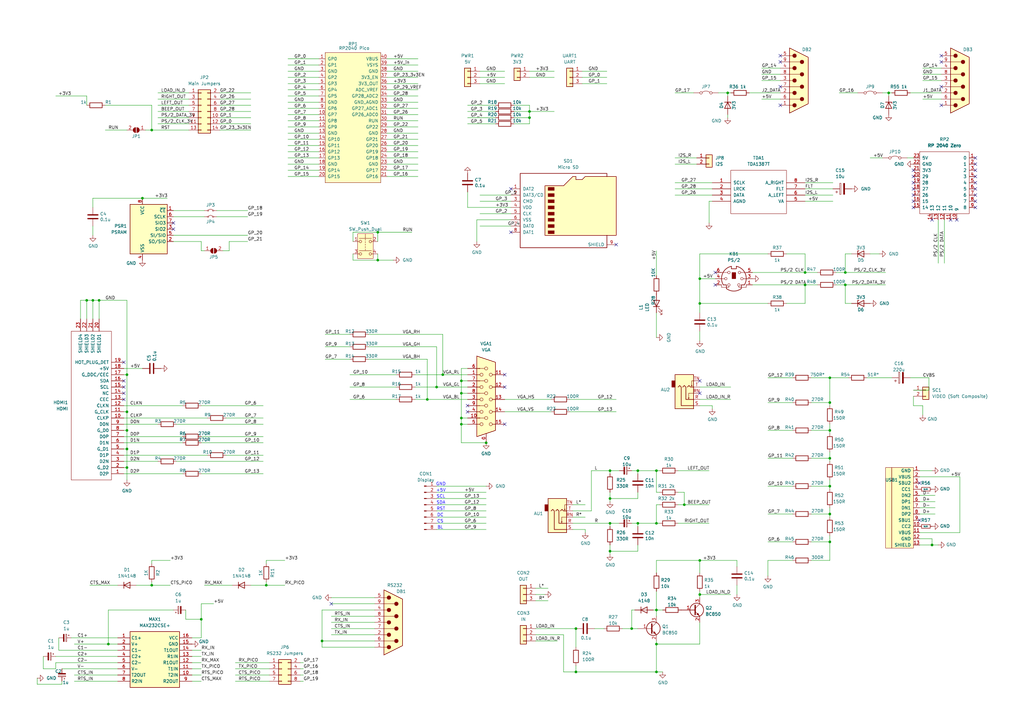
<source format=kicad_sch>
(kicad_sch (version 20231120) (generator "eeschema") (generator_version "8.0")
  (paper "A3")
  (title_block (title "Frank") (date "2024-10-23") (rev "1.12") (company "Mikhail Matveev") (comment 1 "https://rh1.dev") (comment 2 "xtreme@rh1.ru"))
  (junction (at 346.71 116.84))
  (junction (at 340.36 210.82))
  (junction (at 189.23 173.99))
  (junction (at 189.23 161.29))
  (junction (at 269.24 250.19))
  (junction (at 189.23 156.21))
  (junction (at 44.45 264.16))
  (junction (at 154.94 95.25))
  (junction (at 340.36 199.39))
  (junction (at 250.19 214.63))
  (junction (at 330.2 116.84))
  (junction (at 179.07 158.75))
  (junction (at 287.02 114.3))
  (junction (at 35.56 123.19))
  (junction (at 40.64 123.19))
  (junction (at 52.07 184.15))
  (junction (at 250.19 193.04))
  (junction (at 269.24 264.16))
  (junction (at 287.02 124.46))
  (junction (at 330.2 111.76))
  (junction (at 346.71 111.76))
  (junction (at 52.07 153.67))
  (junction (at 340.36 187.96))
  (junction (at 269.24 193.04))
  (junction (at 217.17 45.72))
  (junction (at 132.08 262.89))
  (junction (at 62.23 240.03))
  (junction (at 189.23 171.45))
  (junction (at 250.19 204.47))
  (junction (at 236.22 275.59))
  (junction (at 217.17 48.26))
  (junction (at 340.36 176.53))
  (junction (at 109.22 240.03))
  (junction (at 340.36 165.1))
  (junction (at 38.1 123.19))
  (junction (at 181.61 153.67))
  (junction (at 154.94 106.68))
  (junction (at 175.26 163.83))
  (junction (at 62.23 53.34))
  (junction (at 236.22 257.81))
  (junction (at 287.02 243.84))
  (junction (at 52.07 176.53))
  (junction (at 52.07 168.91))
  (junction (at 199.39 181.61))
  (junction (at 259.08 257.81))
  (junction (at 58.42 81.28))
  (junction (at 364.49 38.1))
  (junction (at 261.62 193.04))
  (junction (at 261.62 214.63))
  (junction (at 298.45 38.1))
  (junction (at 269.24 275.59))
  (junction (at 269.24 214.63))
  (junction (at 382.27 223.52))
  (junction (at 287.02 229.87))
  (junction (at 280.67 207.01))
  (junction (at 52.07 191.77))
  (junction (at 340.36 154.94))
  (junction (at 250.19 226.06))
  (junction (at 340.36 222.25))
  (junction (at 82.55 254))
  (no_connect (at 386.08 22.86))
  (no_connect (at 400.05 74.93))
  (no_connect (at 287.02 161.29))
  (no_connect (at 374.65 72.39))
  (no_connect (at 386.08 35.56))
  (no_connect (at 287.02 156.21))
  (no_connect (at 377.19 198.12))
  (no_connect (at 400.05 82.55))
  (no_connect (at 320.04 22.86))
  (no_connect (at 377.19 213.36))
  (no_connect (at 400.05 67.31))
  (no_connect (at 400.05 77.47))
  (no_connect (at 374.65 77.47))
  (no_connect (at 386.08 43.18))
  (no_connect (at 386.08 25.4))
  (no_connect (at 374.65 85.09))
  (no_connect (at 374.65 74.93))
  (no_connect (at 320.04 35.56))
  (no_connect (at 374.65 69.85))
  (no_connect (at 252.73 100.33))
  (no_connect (at 400.05 85.09))
  (no_connect (at 135.89 247.65))
  (no_connect (at 374.65 82.55))
  (no_connect (at 320.04 43.18))
  (no_connect (at 320.04 25.4))
  (no_connect (at 382.27 90.17))
  (no_connect (at 191.77 166.37))
  (no_connect (at 191.77 168.91))
  (no_connect (at 207.01 173.99))
  (no_connect (at 207.01 158.75))
  (no_connect (at 207.01 153.67))
  (no_connect (at 50.8 161.29))
  (no_connect (at 50.8 163.83))
  (no_connect (at 50.8 148.59))
  (no_connect (at 50.8 156.21))
  (no_connect (at 50.8 158.75))
  (no_connect (at 400.05 69.85))
  (no_connect (at 71.12 91.44))
  (no_connect (at 293.37 111.76))
  (no_connect (at 389.89 90.17))
  (no_connect (at 400.05 80.01))
  (no_connect (at 71.12 93.98))
  (no_connect (at 209.55 95.25))
  (no_connect (at 209.55 77.47))
  (no_connect (at 293.37 116.84))
  (no_connect (at 400.05 64.77))
  (no_connect (at 392.43 90.17))
  (no_connect (at 400.05 72.39))
  (no_connect (at 374.65 80.01))
  (wire (pts (xy 312.42 40.64) (xy 320.04 40.64)))
  (wire (pts (xy 78.74 261.62) (xy 82.55 261.62)))
  (wire (pts (xy 287.02 243.84) (xy 299.72 243.84)))
  (wire (pts (xy 133.35 137.16) (xy 143.51 137.16)))
  (wire (pts (xy 143.51 158.75) (xy 162.56 158.75)))
  (wire (pts (xy 118.11 49.53) (xy 130.81 49.53)))
  (wire (pts (xy 250.19 226.06) (xy 250.19 227.33)))
  (wire (pts (xy 132.08 265.43) (xy 132.08 262.89)))
  (wire (pts (xy 378.46 33.02) (xy 386.08 33.02)))
  (wire (pts (xy 269.24 113.03) (xy 269.24 102.87)))
  (wire (pts (xy 189.23 171.45) (xy 189.23 161.29)))
  (wire (pts (xy 217.17 50.8) (xy 210.82 50.8)))
  (wire (pts (xy 349.25 124.46) (xy 346.71 124.46)))
  (wire (pts (xy 332.74 187.96) (xy 340.36 187.96)))
  (wire (pts (xy 340.36 222.25) (xy 340.36 229.87)))
  (wire (pts (xy 181.61 153.67) (xy 191.77 153.67)))
  (wire (pts (xy 64.77 43.18) (xy 77.47 43.18)))
  (wire (pts (xy 135.89 247.65) (xy 153.67 247.65)))
  (wire (pts (xy 78.74 276.86) (xy 82.55 276.86)))
  (wire (pts (xy 62.23 43.18) (xy 43.18 43.18)))
  (wire (pts (xy 82.55 179.07) (xy 107.95 179.07)))
  (wire (pts (xy 72.39 189.23) (xy 107.95 189.23)))
  (wire (pts (xy 219.71 262.89) (xy 228.6 262.89)))
  (wire (pts (xy 52.07 184.15) (xy 52.07 191.77)))
  (wire (pts (xy 58.42 81.28) (xy 68.58 81.28)))
  (wire (pts (xy 330.2 80.01) (xy 341.63 80.01)))
  (wire (pts (xy 52.07 153.67) (xy 52.07 123.19)))
  (wire (pts (xy 154.94 95.25) (xy 168.91 95.25)))
  (wire (pts (xy 143.51 153.67) (xy 162.56 153.67)))
  (wire (pts (xy 55.88 240.03) (xy 62.23 240.03)))
  (wire (pts (xy 217.17 31.75) (xy 227.33 31.75)))
  (wire (pts (xy 92.71 186.69) (xy 107.95 186.69)))
  (wire (pts (xy 330.2 82.55) (xy 341.63 82.55)))
  (wire (pts (xy 254 193.04) (xy 250.19 193.04)))
  (wire (pts (xy 373.38 38.1) (xy 386.08 38.1)))
  (wire (pts (xy 378.46 30.48) (xy 386.08 30.48)))
  (wire (pts (xy 340.36 187.96) (xy 340.36 189.23)))
  (wire (pts (xy 96.52 279.4) (xy 110.49 279.4)))
  (wire (pts (xy 76.2 254) (xy 82.55 254)))
  (wire (pts (xy 64.77 40.64) (xy 77.47 40.64)))
  (wire (pts (xy 133.35 147.32) (xy 143.51 147.32)))
  (wire (pts (xy 234.95 209.55) (xy 242.57 209.55)))
  (wire (pts (xy 381 154.94) (xy 373.38 154.94)))
  (wire (pts (xy 158.75 24.13) (xy 171.45 24.13)))
  (wire (pts (xy 332.74 154.94) (xy 340.36 154.94)))
  (wire (pts (xy 78.74 271.78) (xy 82.55 271.78)))
  (wire (pts (xy 175.26 147.32) (xy 175.26 163.83)))
  (wire (pts (xy 372.11 64.77) (xy 374.65 64.77)))
  (wire (pts (xy 278.13 214.63) (xy 290.83 214.63)))
  (wire (pts (xy 267.97 250.19) (xy 269.24 250.19)))
  (wire (pts (xy 118.11 72.39) (xy 130.81 72.39)))
  (wire (pts (xy 151.13 147.32) (xy 175.26 147.32)))
  (wire (pts (xy 199.39 181.61) (xy 189.23 181.61)))
  (wire (pts (xy 64.77 48.26) (xy 77.47 48.26)))
  (wire (pts (xy 261.62 193.04) (xy 259.08 193.04)))
  (wire (pts (xy 314.96 187.96) (xy 325.12 187.96)))
  (wire (pts (xy 231.14 260.35) (xy 231.14 275.59)))
  (wire (pts (xy 118.11 54.61) (xy 130.81 54.61)))
  (wire (pts (xy 260.35 250.19) (xy 259.08 250.19)))
  (wire (pts (xy 123.19 271.78) (xy 124.46 271.78)))
  (wire (pts (xy 195.58 90.17) (xy 195.58 99.06)))
  (wire (pts (xy 158.75 46.99) (xy 171.45 46.99)))
  (wire (pts (xy 118.11 59.69) (xy 130.81 59.69)))
  (wire (pts (xy 158.75 62.23) (xy 171.45 62.23)))
  (wire (pts (xy 25.4 280.67) (xy 25.4 279.4)))
  (wire (pts (xy 330.2 77.47) (xy 341.63 77.47)))
  (wire (pts (xy 50.8 189.23) (xy 64.77 189.23)))
  (wire (pts (xy 377.19 220.98) (xy 382.27 220.98)))
  (wire (pts (xy 330.2 111.76) (xy 335.28 111.76)))
  (wire (pts (xy 71.12 96.52) (xy 101.6 96.52)))
  (wire (pts (xy 191.77 48.26) (xy 203.2 48.26)))
  (wire (pts (xy 269.24 193.04) (xy 270.51 193.04)))
  (wire (pts (xy 90.17 45.72) (xy 102.87 45.72)))
  (wire (pts (xy 118.11 46.99) (xy 130.81 46.99)))
  (wire (pts (xy 219.71 260.35) (xy 231.14 260.35)))
  (wire (pts (xy 269.24 242.57) (xy 269.24 250.19)))
  (wire (pts (xy 384.81 90.17) (xy 384.81 107.95)))
  (wire (pts (xy 52.07 123.19) (xy 40.64 123.19)))
  (wire (pts (xy 340.36 210.82) (xy 340.36 212.09)))
  (wire (pts (xy 312.42 27.94) (xy 320.04 27.94)))
  (wire (pts (xy 292.1 82.55) (xy 290.83 82.55)))
  (wire (pts (xy 236.22 273.05) (xy 236.22 275.59)))
  (wire (pts (xy 261.62 215.9) (xy 261.62 214.63)))
  (wire (pts (xy 189.23 161.29) (xy 191.77 161.29)))
  (wire (pts (xy 52.07 168.91) (xy 52.07 176.53)))
  (wire (pts (xy 52.07 176.53) (xy 52.07 184.15)))
  (wire (pts (xy 78.74 269.24) (xy 82.55 269.24)))
  (wire (pts (xy 29.21 261.62) (xy 48.26 261.62)))
  (wire (pts (xy 179.07 158.75) (xy 191.77 158.75)))
  (wire (pts (xy 96.52 274.32) (xy 110.49 274.32)))
  (wire (pts (xy 35.56 39.37) (xy 35.56 43.18)))
  (wire (pts (xy 38.1 92.71) (xy 38.1 96.52)))
  (wire (pts (xy 71.12 86.36) (xy 83.82 86.36)))
  (wire (pts (xy 109.22 238.76) (xy 109.22 240.03)))
  (wire (pts (xy 287.02 255.27) (xy 287.02 264.16)))
  (wire (pts (xy 158.75 41.91) (xy 171.45 41.91)))
  (wire (pts (xy 135.89 257.81) (xy 153.67 257.81)))
  (wire (pts (xy 280.67 207.01) (xy 278.13 207.01)))
  (wire (pts (xy 64.77 38.1) (xy 77.47 38.1)))
  (wire (pts (xy 135.89 255.27) (xy 153.67 255.27)))
  (wire (pts (xy 118.11 39.37) (xy 130.81 39.37)))
  (wire (pts (xy 90.17 48.26) (xy 102.87 48.26)))
  (wire (pts (xy 259.08 250.19) (xy 259.08 257.81)))
  (wire (pts (xy 158.75 36.83) (xy 171.45 36.83)))
  (wire (pts (xy 276.86 77.47) (xy 292.1 77.47)))
  (wire (pts (xy 314.96 199.39) (xy 325.12 199.39)))
  (wire (pts (xy 82.55 99.06) (xy 71.12 99.06)))
  (wire (pts (xy 118.11 67.31) (xy 130.81 67.31)))
  (wire (pts (xy 76.2 254) (xy 76.2 250.19)))
  (wire (pts (xy 340.36 154.94) (xy 340.36 165.1)))
  (wire (pts (xy 158.75 52.07) (xy 171.45 52.07)))
  (wire (pts (xy 62.23 238.76) (xy 62.23 240.03)))
  (wire (pts (xy 308.61 111.76) (xy 330.2 111.76)))
  (wire (pts (xy 365.76 38.1) (xy 364.49 38.1)))
  (wire (pts (xy 118.11 57.15) (xy 130.81 57.15)))
  (wire (pts (xy 287.02 229.87) (xy 287.02 234.95)))
  (wire (pts (xy 340.36 199.39) (xy 340.36 200.66)))
  (wire (pts (xy 287.02 242.57) (xy 287.02 243.84)))
  (wire (pts (xy 64.77 50.8) (xy 77.47 50.8)))
  (wire (pts (xy 234.95 207.01) (xy 240.03 207.01)))
  (wire (pts (xy 356.87 64.77) (xy 361.95 64.77)))
  (wire (pts (xy 123.19 274.32) (xy 124.46 274.32)))
  (wire (pts (xy 123.19 276.86) (xy 124.46 276.86)))
  (wire (pts (xy 340.36 208.28) (xy 340.36 210.82)))
  (wire (pts (xy 154.94 106.68) (xy 161.29 106.68)))
  (wire (pts (xy 90.17 43.18) (xy 102.87 43.18)))
  (wire (pts (xy 50.8 191.77) (xy 52.07 191.77)))
  (wire (pts (xy 346.71 104.14) (xy 346.71 111.76)))
  (wire (pts (xy 381 160.02) (xy 374.65 160.02)))
  (wire (pts (xy 240.03 217.17) (xy 240.03 218.44)))
  (wire (pts (xy 276.86 67.31) (xy 285.75 67.31)))
  (wire (pts (xy 261.62 201.93) (xy 261.62 204.47)))
  (wire (pts (xy 62.23 53.34) (xy 77.47 53.34)))
  (wire (pts (xy 269.24 229.87) (xy 287.02 229.87)))
  (wire (pts (xy 50.8 166.37) (xy 74.93 166.37)))
  (wire (pts (xy 287.02 166.37) (xy 292.1 166.37)))
  (wire (pts (xy 364.49 38.1) (xy 364.49 39.37)))
  (wire (pts (xy 38.1 123.19) (xy 38.1 130.81)))
  (wire (pts (xy 261.62 214.63) (xy 269.24 214.63)))
  (wire (pts (xy 40.64 123.19) (xy 40.64 130.81)))
  (wire (pts (xy 287.02 158.75) (xy 299.72 158.75)))
  (wire (pts (xy 118.11 62.23) (xy 130.81 62.23)))
  (wire (pts (xy 261.62 204.47) (xy 250.19 204.47)))
  (wire (pts (xy 123.19 279.4) (xy 124.46 279.4)))
  (wire (pts (xy 308.61 116.84) (xy 330.2 116.84)))
  (wire (pts (xy 361.95 38.1) (xy 364.49 38.1)))
  (wire (pts (xy 30.48 279.4) (xy 48.26 279.4)))
  (wire (pts (xy 154.94 106.68) (xy 154.94 104.14)))
  (wire (pts (xy 35.56 39.37) (xy 22.86 39.37)))
  (wire (pts (xy 393.7 195.58) (xy 393.7 218.44)))
  (wire (pts (xy 118.11 52.07) (xy 130.81 52.07)))
  (wire (pts (xy 287.02 229.87) (xy 302.26 229.87)))
  (wire (pts (xy 261.62 223.52) (xy 261.62 226.06)))
  (wire (pts (xy 330.2 74.93) (xy 341.63 74.93)))
  (wire (pts (xy 332.74 210.82) (xy 340.36 210.82)))
  (wire (pts (xy 377.19 203.2) (xy 383.54 203.2)))
  (wire (pts (xy 35.56 123.19) (xy 35.56 130.81)))
  (wire (pts (xy 233.68 163.83) (xy 252.73 163.83)))
  (wire (pts (xy 196.85 82.55) (xy 209.55 82.55)))
  (wire (pts (xy 210.82 45.72) (xy 217.17 45.72)))
  (wire (pts (xy 292.1 166.37) (xy 292.1 167.64)))
  (wire (pts (xy 191.77 78.74) (xy 191.77 85.09)))
  (wire (pts (xy 78.74 274.32) (xy 82.55 274.32)))
  (wire (pts (xy 135.89 260.35) (xy 153.67 260.35)))
  (wire (pts (xy 261.62 214.63) (xy 259.08 214.63)))
  (wire (pts (xy 175.26 163.83) (xy 191.77 163.83)))
  (wire (pts (xy 72.39 173.99) (xy 107.95 173.99)))
  (wire (pts (xy 250.19 201.93) (xy 250.19 204.47)))
  (wire (pts (xy 158.75 29.21) (xy 171.45 29.21)))
  (wire (pts (xy 158.75 39.37) (xy 171.45 39.37)))
  (wire (pts (xy 82.55 194.31) (xy 107.95 194.31)))
  (wire (pts (xy 269.24 214.63) (xy 270.51 214.63)))
  (wire (pts (xy 276.86 64.77) (xy 285.75 64.77)))
  (wire (pts (xy 287.02 124.46) (xy 287.02 128.27)))
  (wire (pts (xy 254 214.63) (xy 250.19 214.63)))
  (wire (pts (xy 50.8 176.53) (xy 52.07 176.53)))
  (wire (pts (xy 332.74 199.39) (xy 340.36 199.39)))
  (wire (pts (xy 154.94 95.25) (xy 144.78 95.25)))
  (wire (pts (xy 71.12 88.9) (xy 83.82 88.9)))
  (wire (pts (xy 50.8 186.69) (xy 85.09 186.69)))
  (wire (pts (xy 270.51 201.93) (xy 269.24 201.93)))
  (wire (pts (xy 50.8 194.31) (xy 74.93 194.31)))
  (wire (pts (xy 314.96 154.94) (xy 325.12 154.94)))
  (wire (pts (xy 179.07 142.24) (xy 179.07 158.75)))
  (wire (pts (xy 143.51 163.83) (xy 162.56 163.83)))
  (wire (pts (xy 64.77 45.72) (xy 77.47 45.72)))
  (wire (pts (xy 238.76 34.29) (xy 248.92 34.29)))
  (wire (pts (xy 196.85 80.01) (xy 209.55 80.01)))
  (wire (pts (xy 116.84 229.87) (xy 109.22 229.87)))
  (wire (pts (xy 287.02 163.83) (xy 299.72 163.83)))
  (wire (pts (xy 382.27 223.52) (xy 384.81 223.52)))
  (wire (pts (xy 158.75 67.31) (xy 171.45 67.31)))
  (wire (pts (xy 280.67 207.01) (xy 290.83 207.01)))
  (wire (pts (xy 294.64 38.1) (xy 298.45 38.1)))
  (wire (pts (xy 269.24 138.43) (xy 269.24 128.27)))
  (wire (pts (xy 210.82 48.26) (xy 217.17 48.26)))
  (wire (pts (xy 132.08 250.19) (xy 153.67 250.19)))
  (wire (pts (xy 332.74 176.53) (xy 340.36 176.53)))
  (wire (pts (xy 35.56 123.19) (xy 33.02 123.19)))
  (wire (pts (xy 269.24 229.87) (xy 269.24 234.95)))
  (wire (pts (xy 234.95 214.63) (xy 250.19 214.63)))
  (wire (pts (xy 250.19 223.52) (xy 250.19 226.06)))
  (wire (pts (xy 219.71 257.81) (xy 236.22 257.81)))
  (wire (pts (xy 102.87 240.03) (xy 109.22 240.03)))
  (wire (pts (xy 269.24 264.16) (xy 287.02 264.16)))
  (wire (pts (xy 219.71 243.84) (xy 223.52 243.84)))
  (wire (pts (xy 154.94 99.06) (xy 154.94 95.25)))
  (wire (pts (xy 50.8 171.45) (xy 85.09 171.45)))
  (wire (pts (xy 217.17 48.26) (xy 217.17 50.8)))
  (wire (pts (xy 158.75 59.69) (xy 171.45 59.69)))
  (wire (pts (xy 261.62 226.06) (xy 250.19 226.06)))
  (wire (pts (xy 191.77 45.72) (xy 203.2 45.72)))
  (wire (pts (xy 92.71 171.45) (xy 107.95 171.45)))
  (wire (pts (xy 189.23 171.45) (xy 191.77 171.45)))
  (wire (pts (xy 144.78 106.68) (xy 154.94 106.68)))
  (wire (pts (xy 15.24 280.67) (xy 25.4 280.67)))
  (wire (pts (xy 88.9 86.36) (xy 101.6 86.36)))
  (wire (pts (xy 83.82 240.03) (xy 95.25 240.03)))
  (wire (pts (xy 118.11 69.85) (xy 130.81 69.85)))
  (wire (pts (xy 196.85 29.21) (xy 207.01 29.21)))
  (wire (pts (xy 50.8 181.61) (xy 74.93 181.61)))
  (wire (pts (xy 340.36 229.87) (xy 332.74 229.87)))
  (wire (pts (xy 322.58 104.14) (xy 330.2 104.14)))
  (wire (pts (xy 50.8 184.15) (xy 52.07 184.15)))
  (wire (pts (xy 287.02 124.46) (xy 287.02 114.3)))
  (wire (pts (xy 90.17 53.34) (xy 102.87 53.34)))
  (wire (pts (xy 381 160.02) (xy 381 154.94)))
  (wire (pts (xy 82.55 254) (xy 82.55 261.62)))
  (wire (pts (xy 276.86 80.01) (xy 292.1 80.01)))
  (wire (pts (xy 269.24 275.59) (xy 271.78 275.59)))
  (wire (pts (xy 233.68 168.91) (xy 252.73 168.91)))
  (wire (pts (xy 135.89 245.11) (xy 153.67 245.11)))
  (wire (pts (xy 276.86 38.1) (xy 284.48 38.1)))
  (wire (pts (xy 50.8 173.99) (xy 64.77 173.99)))
  (wire (pts (xy 330.2 124.46) (xy 330.2 116.84)))
  (wire (pts (xy 346.71 116.84) (xy 363.22 116.84)))
  (wire (pts (xy 109.22 229.87) (xy 109.22 231.14)))
  (wire (pts (xy 290.83 82.55) (xy 290.83 91.44)))
  (wire (pts (xy 50.8 179.07) (xy 74.93 179.07)))
  (wire (pts (xy 287.02 135.89) (xy 287.02 139.7)))
  (wire (pts (xy 50.8 153.67) (xy 52.07 153.67)))
  (wire (pts (xy 250.19 193.04) (xy 250.19 194.31)))
  (wire (pts (xy 378.46 27.94) (xy 386.08 27.94)))
  (wire (pts (xy 170.18 158.75) (xy 179.07 158.75)))
  (wire (pts (xy 82.55 181.61) (xy 107.95 181.61)))
  (wire (pts (xy 255.27 257.81) (xy 259.08 257.81)))
  (wire (pts (xy 207.01 168.91) (xy 226.06 168.91)))
  (wire (pts (xy 52.07 168.91) (xy 52.07 153.67)))
  (wire (pts (xy 30.48 276.86) (xy 48.26 276.86)))
  (wire (pts (xy 236.22 275.59) (xy 269.24 275.59)))
  (wire (pts (xy 340.36 165.1) (xy 340.36 166.37)))
  (wire (pts (xy 269.24 207.01) (xy 269.24 214.63)))
  (wire (pts (xy 340.36 154.94) (xy 347.98 154.94)))
  (wire (pts (xy 179.07 201.93) (xy 199.39 201.93)))
  (wire (pts (xy 378.46 166.37) (xy 378.46 170.18)))
  (wire (pts (xy 62.23 240.03) (xy 69.85 240.03)))
  (wire (pts (xy 181.61 137.16) (xy 181.61 153.67)))
  (wire (pts (xy 261.62 193.04) (xy 269.24 193.04)))
  (wire (pts (xy 158.75 72.39) (xy 171.45 72.39)))
  (wire (pts (xy 269.24 250.19) (xy 269.24 252.73)))
  (wire (pts (xy 170.18 163.83) (xy 175.26 163.83)))
  (wire (pts (xy 179.07 204.47) (xy 199.39 204.47)))
  (wire (pts (xy 314.96 104.14) (xy 287.02 104.14)))
  (wire (pts (xy 158.75 57.15) (xy 171.45 57.15)))
  (wire (pts (xy 261.62 194.31) (xy 261.62 193.04)))
  (wire (pts (xy 207.01 163.83) (xy 226.06 163.83)))
  (wire (pts (xy 377.19 208.28) (xy 383.54 208.28)))
  (wire (pts (xy 340.36 173.99) (xy 340.36 176.53)))
  (wire (pts (xy 344.17 38.1) (xy 351.79 38.1)))
  (wire (pts (xy 191.77 50.8) (xy 203.2 50.8)))
  (wire (pts (xy 377.19 205.74) (xy 383.54 205.74)))
  (wire (pts (xy 90.17 38.1) (xy 102.87 38.1)))
  (wire (pts (xy 22.86 269.24) (xy 48.26 269.24)))
  (wire (pts (xy 189.23 161.29) (xy 189.23 156.21)))
  (wire (pts (xy 82.55 102.87) (xy 82.55 99.06)))
  (wire (pts (xy 189.23 156.21) (xy 189.23 151.13)))
  (wire (pts (xy 340.36 185.42) (xy 340.36 187.96)))
  (wire (pts (xy 69.85 229.87) (xy 62.23 229.87)))
  (wire (pts (xy 287.02 114.3) (xy 293.37 114.3)))
  (wire (pts (xy 158.75 31.75) (xy 171.45 31.75)))
  (wire (pts (xy 356.87 104.14) (xy 360.68 104.14)))
  (wire (pts (xy 314.96 165.1) (xy 325.12 165.1)))
  (wire (pts (xy 43.18 53.34) (xy 52.07 53.34)))
  (wire (pts (xy 278.13 193.04) (xy 290.83 193.04)))
  (wire (pts (xy 151.13 142.24) (xy 179.07 142.24)))
  (wire (pts (xy 144.78 104.14) (xy 144.78 106.68)))
  (wire (pts (xy 346.71 116.84) (xy 342.9 116.84)))
  (wire (pts (xy 312.42 30.48) (xy 320.04 30.48)))
  (wire (pts (xy 118.11 44.45) (xy 130.81 44.45)))
  (wire (pts (xy 50.8 151.13) (xy 58.42 151.13)))
  (wire (pts (xy 118.11 36.83) (xy 130.81 36.83)))
  (wire (pts (xy 196.85 92.71) (xy 209.55 92.71)))
  (wire (pts (xy 91.44 102.87) (xy 93.98 102.87)))
  (wire (pts (xy 314.96 210.82) (xy 325.12 210.82)))
  (wire (pts (xy 234.95 212.09) (xy 240.03 212.09)))
  (wire (pts (xy 158.75 26.67) (xy 171.45 26.67)))
  (wire (pts (xy 236.22 257.81) (xy 236.22 265.43)))
  (wire (pts (xy 44.45 250.19) (xy 44.45 264.16)))
  (wire (pts (xy 302.26 229.87) (xy 302.26 232.41)))
  (wire (pts (xy 269.24 193.04) (xy 269.24 201.93)))
  (wire (pts (xy 135.89 252.73) (xy 153.67 252.73)))
  (wire (pts (xy 346.71 111.76) (xy 363.22 111.76)))
  (wire (pts (xy 387.35 90.17) (xy 387.35 107.95)))
  (wire (pts (xy 250.19 214.63) (xy 250.19 215.9)))
  (wire (pts (xy 314.96 222.25) (xy 325.12 222.25)))
  (wire (pts (xy 118.11 29.21) (xy 130.81 29.21)))
  (wire (pts (xy 189.23 151.13) (xy 191.77 151.13)))
  (wire (pts (xy 82.55 166.37) (xy 107.95 166.37)))
  (wire (pts (xy 299.72 38.1) (xy 298.45 38.1)))
  (wire (pts (xy 346.71 124.46) (xy 346.71 116.84)))
  (wire (pts (xy 234.95 217.17) (xy 240.03 217.17)))
  (wire (pts (xy 118.11 26.67) (xy 130.81 26.67)))
  (wire (pts (xy 276.86 74.93) (xy 292.1 74.93)))
  (wire (pts (xy 349.25 104.14) (xy 346.71 104.14)))
  (wire (pts (xy 196.85 34.29) (xy 207.01 34.29)))
  (wire (pts (xy 210.82 43.18) (xy 217.17 43.18)))
  (wire (pts (xy 179.07 217.17) (xy 199.39 217.17)))
  (wire (pts (xy 15.24 280.67) (xy 15.24 278.13)))
  (wire (pts (xy 44.45 264.16) (xy 48.26 264.16)))
  (wire (pts (xy 38.1 81.28) (xy 58.42 81.28)))
  (wire (pts (xy 314.96 124.46) (xy 287.02 124.46)))
  (wire (pts (xy 62.23 229.87) (xy 62.23 231.14)))
  (wire (pts (xy 378.46 40.64) (xy 386.08 40.64)))
  (wire (pts (xy 325.12 229.87) (xy 314.96 229.87)))
  (wire (pts (xy 330.2 116.84) (xy 335.28 116.84)))
  (wire (pts (xy 332.74 222.25) (xy 340.36 222.25)))
  (wire (pts (xy 62.23 43.18) (xy 62.23 53.34)))
  (wire (pts (xy 393.7 218.44) (xy 377.19 218.44)))
  (wire (pts (xy 25.4 274.32) (xy 48.26 274.32)))
  (wire (pts (xy 158.75 49.53) (xy 171.45 49.53)))
  (wire (pts (xy 158.75 34.29) (xy 171.45 34.29)))
  (wire (pts (xy 36.83 240.03) (xy 48.26 240.03)))
  (wire (pts (xy 90.17 40.64) (xy 102.87 40.64)))
  (wire (pts (xy 219.71 241.3) (xy 224.79 241.3)))
  (wire (pts (xy 219.71 246.38) (xy 224.79 246.38)))
  (wire (pts (xy 17.78 269.24) (xy 17.78 274.32)))
  (wire (pts (xy 196.85 31.75) (xy 207.01 31.75)))
  (wire (pts (xy 322.58 124.46) (xy 330.2 124.46)))
  (wire (pts (xy 280.67 201.93) (xy 280.67 207.01)))
  (wire (pts (xy 93.98 102.87) (xy 93.98 99.06)))
  (wire (pts (xy 332.74 165.1) (xy 340.36 165.1)))
  (wire (pts (xy 259.08 257.81) (xy 261.62 257.81)))
  (wire (pts (xy 158.75 44.45) (xy 171.45 44.45)))
  (wire (pts (xy 191.77 43.18) (xy 203.2 43.18)))
  (wire (pts (xy 250.19 204.47) (xy 250.19 205.74)))
  (wire (pts (xy 82.55 254) (xy 82.55 247.65)))
  (wire (pts (xy 269.24 264.16) (xy 269.24 275.59)))
  (wire (pts (xy 270.51 207.01) (xy 269.24 207.01)))
  (wire (pts (xy 242.57 193.04) (xy 242.57 209.55)))
  (wire (pts (xy 298.45 46.99) (xy 298.45 48.26)))
  (wire (pts (xy 238.76 31.75) (xy 248.92 31.75)))
  (wire (pts (xy 382.27 220.98) (xy 382.27 223.52)))
  (wire (pts (xy 78.74 279.4) (xy 82.55 279.4)))
  (wire (pts (xy 269.24 250.19) (xy 271.78 250.19)))
  (wire (pts (xy 133.35 142.24) (xy 143.51 142.24)))
  (wire (pts (xy 179.07 199.39) (xy 199.39 199.39)))
  (wire (pts (xy 191.77 85.09) (xy 209.55 85.09)))
  (wire (pts (xy 179.07 214.63) (xy 199.39 214.63)))
  (wire (pts (xy 340.36 196.85) (xy 340.36 199.39)))
  (wire (pts (xy 38.1 81.28) (xy 38.1 85.09)))
  (wire (pts (xy 158.75 54.61) (xy 171.45 54.61)))
  (wire (pts (xy 374.65 166.37) (xy 374.65 162.56)))
  (wire (pts (xy 17.78 274.32) (xy 22.86 274.32)))
  (wire (pts (xy 196.85 87.63) (xy 209.55 87.63)))
  (wire (pts (xy 118.11 41.91) (xy 130.81 41.91)))
  (wire (pts (xy 377.19 210.82) (xy 383.54 210.82)))
  (wire (pts (xy 40.64 123.19) (xy 38.1 123.19)))
  (wire (pts (xy 158.75 64.77) (xy 171.45 64.77)))
  (wire (pts (xy 132.08 262.89) (xy 153.67 262.89)))
  (wire (pts (xy 24.13 266.7) (xy 48.26 266.7)))
  (wire (pts (xy 377.19 195.58) (xy 393.7 195.58)))
  (wire (pts (xy 132.08 265.43) (xy 153.67 265.43)))
  (wire (pts (xy 269.24 262.89) (xy 269.24 264.16)))
  (wire (pts (xy 217.17 43.18) (xy 217.17 45.72)))
  (wire (pts (xy 314.96 176.53) (xy 325.12 176.53)))
  (wire (pts (xy 33.02 123.19) (xy 33.02 130.81)))
  (wire (pts (xy 189.23 181.61) (xy 189.23 173.99)))
  (wire (pts (xy 179.07 212.09) (xy 199.39 212.09)))
  (wire (pts (xy 377.19 193.04) (xy 382.27 193.04)))
  (wire (pts (xy 355.6 154.94) (xy 365.76 154.94)))
  (wire (pts (xy 330.2 104.14) (xy 330.2 111.76)))
  (wire (pts (xy 195.58 90.17) (xy 209.55 90.17)))
  (wire (pts (xy 298.45 38.1) (xy 298.45 39.37)))
  (wire (pts (xy 312.42 33.02) (xy 320.04 33.02)))
  (wire (pts (xy 287.02 243.84) (xy 287.02 245.11)))
  (wire (pts (xy 374.65 166.37) (xy 378.46 166.37)))
  (wire (pts (xy 238.76 29.21) (xy 248.92 29.21)))
  (wire (pts (xy 118.11 31.75) (xy 130.81 31.75)))
  (wire (pts (xy 132.08 262.89) (xy 132.08 250.19)))
  (wire (pts (xy 52.07 191.77) (xy 52.07 196.85)))
  (wire (pts (xy 151.13 137.16) (xy 181.61 137.16)))
  (wire (pts (xy 82.55 102.87) (xy 83.82 102.87)))
  (wire (pts (xy 307.34 38.1) (xy 320.04 38.1)))
  (wire (pts (xy 287.02 104.14) (xy 287.02 114.3)))
  (wire (pts (xy 189.23 173.99) (xy 189.23 171.45)))
  (wire (pts (xy 50.8 168.91) (xy 52.07 168.91)))
  (wire (pts (xy 340.36 219.71) (xy 340.36 222.25)))
  (wire (pts (xy 377.19 223.52) (xy 382.27 223.52)))
  (wire (pts (xy 24.13 261.62) (xy 24.13 266.7)))
  (wire (pts (xy 90.17 50.8) (xy 102.87 50.8)))
  (wire (pts (xy 109.22 240.03) (xy 116.84 240.03)))
  (wire (pts (xy 96.52 271.78) (xy 110.49 271.78)))
  (wire (pts (xy 78.74 266.7) (xy 82.55 266.7)))
  (wire (pts (xy 242.57 193.04) (xy 250.19 193.04)))
  (wire (pts (xy 118.11 24.13) (xy 130.81 24.13)))
  (wire (pts (xy 22.86 274.32) (xy 22.86 271.78)))
  (wire (pts (xy 217.17 45.72) (xy 217.17 48.26)))
  (wire (pts (xy 158.75 69.85) (xy 171.45 69.85)))
  (wire (pts (xy 82.55 247.65) (xy 87.63 247.65)))
  (wire (pts (xy 96.52 276.86) (xy 110.49 276.86)))
  (wire (pts (xy 71.12 250.19) (xy 44.45 250.19)))
  (wire (pts (xy 38.1 123.19) (xy 35.56 123.19)))
  (wire (pts (xy 243.84 257.81) (xy 247.65 257.81)))
  (wire (pts (xy 217.17 29.21) (xy 227.33 29.21)))
  (wire (pts (xy 314.96 229.87) (xy 314.96 236.22)))
  (wire (pts (xy 93.98 99.06) (xy 101.6 99.06)))
  (wire (pts (xy 217.17 45.72) (xy 227.33 45.72)))
  (wire (pts (xy 302.26 240.03) (xy 302.26 243.84)))
  (wire (pts (xy 179.07 209.55) (xy 199.39 209.55)))
  (wire (pts (xy 179.07 207.01) (xy 199.39 207.01)))
  (wire (pts (xy 189.23 156.21) (xy 191.77 156.21)))
  (wire (pts (xy 22.86 271.78) (xy 48.26 271.78)))
  (wire (pts (xy 118.11 34.29) (xy 130.81 34.29)))
  (wire (pts (xy 346.71 111.76) (xy 342.9 111.76)))
  (wire (pts (xy 278.13 201.93) (xy 280.67 201.93)))
  (wire (pts (xy 118.11 64.77) (xy 130.81 64.77)))
  (wire (pts (xy 88.9 88.9) (xy 101.6 88.9)))
  (wire (pts (xy 170.18 153.67) (xy 181.61 153.67)))
  (wire (pts (xy 59.69 53.34) (xy 62.23 53.34)))
  (wire (pts (xy 231.14 275.59) (xy 236.22 275.59)))
  (wire (pts (xy 30.48 264.16) (xy 44.45 264.16)))
  (wire (pts (xy 189.23 173.99) (xy 191.77 173.99)))
  (wire (pts (xy 144.78 95.25) (xy 144.78 99.06)))
  (wire (pts (xy 340.36 176.53) (xy 340.36 177.8)))
  (text "+5V" (at 180.848 201.168 0) (effects (font (size 1.27 1.27))))
  (text "BL" (at 180.594 216.408 0) (effects (font (size 1.27 1.27))))
  (text "SDA" (at 180.848 206.248 0) (effects (font (size 1.27 1.27))))
  (text "DC" (at 180.594 211.328 0) (effects (font (size 1.27 1.27))))
  (text "GND\n" (at 180.848 198.628 0) (effects (font (size 1.27 1.27))))
  (text "RST" (at 180.848 208.788 0) (effects (font (size 1.27 1.27))))
  (text "CS" (at 180.594 213.868 0) (effects (font (size 1.27 1.27))))
  (text "SCL" (at 180.848 203.708 0) (effects (font (size 1.27 1.27))))
  (label "R*" (at 236.22 212.09 0))
  (label "RX_IN" (at 82.55 266.7 0))
  (label "TX_PICO" (at 82.55 274.32 0))
  (label "+5V" (at 389.89 195.58 0))
  (label "GP_27" (at 279.4 74.93 0))
  (label "GND" (at 241.3 29.21 0))
  (label "GP_12" (at 245.11 163.83 0))
  (label "GP_10" (at 314.96 199.39 0))
  (label "GP_20" (at 161.29 59.69 0))
  (label "GP_3" (at 193.04 45.72 0))
  (label "RUN" (at 44.45 53.34 0))
  (label "+5V_in" (at 161.29 26.67 0))
  (label "GP_22" (at 161.29 52.07 0))
  (label "GP_18" (at 101.6 86.36 0))
  (label "LOAD_IN_D" (at 289.56 243.84 0))
  (label "+5V" (at 199.39 31.75 0))
  (label "GND" (at 312.42 30.48 0))
  (label "GP_17" (at 124.46 271.78 0))
  (label "GP_13" (at 100.33 194.31 0))
  (label "GP_7" (at 120.65 46.99 0))
  (label "GP_7" (at 314.96 210.82 0))
  (label "FLT" (at 330.2 77.47 0))
  (label "+3V3" (at 219.71 45.72 0))
  (label "PS{slash}2 CLK" (at 384.81 105.41 90))
  (label "GP_6" (at 314.96 222.25 0))
  (label "BEEP_OUT" (at 66.04 45.72 0))
  (label "GP_21" (at 101.6 99.06 0))
  (label "PS{slash}2_DATA_3V" (at 363.22 116.84 180))
  (label "GP_28" (at 161.29 39.37 0))
  (label "GP_12" (at 100.33 189.23 0))
  (label "GP_13" (at 120.65 64.77 0))
  (label "GP_2" (at 120.65 31.75 0))
  (label "GP_1" (at 90.17 48.26 0))
  (label "GP_6" (at 144.78 163.83 0))
  (label "+5V" (at 161.29 24.13 0))
  (label "CTS_IN" (at 31.75 276.86 0))
  (label "GP_15" (at 378.46 33.02 0))
  (label "GP_17" (at 161.29 69.85 0))
  (label "I2S_L" (at 330.2 80.01 0))
  (label "GP_14" (at 312.42 27.94 0))
  (label "LOAD_IN" (at 289.56 158.75 0))
  (label "GP_0" (at 241.3 31.75 0))
  (label "GP_9" (at 120.65 52.07 0))
  (label "GP_11" (at 314.96 187.96 0))
  (label "GP_14" (at 120.65 69.85 0))
  (label "RTS_IN" (at 137.16 252.73 0))
  (label "GP_8" (at 120.65 49.53 0))
  (label "GP_1" (at 241.3 34.29 0))
  (label "GP_23_3v3EN" (at 161.29 31.75 0))
  (label "D0P" (at 53.34 179.07 0))
  (label "GND" (at 120.65 29.21 0))
  (label "GP_27" (at 161.29 44.45 0))
  (label "GP_22" (at 90.17 38.1 0))
  (label "GP_9" (at 100.33 179.07 0))
  (label "GP_11" (at 100.33 186.69 0))
  (label "+5V" (at 53.34 151.13 0))
  (label "RX_IN" (at 137.16 255.27 0))
  (label "GP_9" (at 133.35 142.24 0))
  (label "C1+" (at 31.75 261.62 0))
  (label "GP_5" (at 120.65 39.37 0))
  (label "GND" (at 161.29 29.21 0))
  (label "C2+" (at 31.75 269.24 0))
  (label "GP_19" (at 161.29 62.23 0))
  (label "GP_19" (at 124.46 279.4 0))
  (label "GP_9" (at 314.96 165.1 0))
  (label "GP_27" (at 90.17 43.18 0))
  (label "+5V" (at 331.47 82.55 0))
  (label "CTS_MAX" (at 82.55 279.4 0))
  (label "GND" (at 161.29 41.91 0))
  (label "GP_12" (at 190.5 207.01 0))
  (label "I2S_R" (at 330.2 74.93 0))
  (label "RX_PICO" (at 97.79 271.78 0))
  (label "D2P" (at 53.34 194.31 0))
  (label "+3V3" (at 63.5 81.28 0))
  (label "GP_20" (at 101.6 96.52 0))
  (label "GP_26" (at 90.17 40.64 0))
  (label "CLKN" (at 53.34 166.37 0))
  (label "PS{slash}2 DATA" (at 320.04 116.84 0))
  (label "+3V3" (at 288.29 229.87 0))
  (label "+5V" (at 87.63 247.65 0))
  (label "GND" (at 43.18 123.19 0))
  (label "VGA_VS" (at 212.09 168.91 0))
  (label "C2-" (at 31.75 271.78 0))
  (label "GP_1" (at 120.65 26.67 0))
  (label "GP_28" (at 279.4 77.47 0))
  (label "TX_IN" (at 137.16 260.35 0))
  (label "RX_MAX" (at 82.55 271.78 0))
  (label "GP_17" (at 276.86 38.1 0))
  (label "+3V3" (at 161.29 34.29 0))
  (label "D1P" (at 53.34 186.69 0))
  (label "GP_13" (at 245.11 168.91 0))
  (label "GP_14" (at 378.46 27.94 0))
  (label "GP_29_VREF" (at 161.29 36.83 0))
  (label "LEFT_OUT" (at 281.94 193.04 0))
  (label "RTS_IN" (at 31.75 279.4 0))
  (label "RX_PICO" (at 116.84 240.03 0))
  (label "GP_0" (at 120.65 24.13 0))
  (label "C1-" (at 31.75 266.7 0))
  (label "L*" (at 236.22 207.01 0))
  (label "V+" (at 31.75 264.16 0))
  (label "+3V3" (at 116.84 229.87 0))
  (label "LEFT_OUT" (at 66.04 43.18 0))
  (label "GND" (at 161.29 54.61 0))
  (label "GP_12" (at 314.96 154.94 0))
  (label "LOAD_IN_R" (at 219.71 262.89 0))
  (label "D1N" (at 53.34 181.61 0))
  (label "GP_12" (at 120.65 62.23 0))
  (label "GP_10" (at 144.78 153.67 0))
  (label "LOAD_IN" (at 219.71 257.81 0))
  (label "GP_8" (at 144.78 158.75 0))
  (label "+5V" (at 378.46 40.64 0))
  (label "GP_18" (at 161.29 64.77 0))
  (label "GP_6" (at 120.65 44.45 0))
  (label "+3V3" (at 29.21 39.37 180))
  (label "GP_10" (at 190.5 212.09 0))
  (label "GP_6" (at 100.33 166.37 0))
  (label "RTS_PICO" (at 82.55 276.86 0))
  (label "D-" (at 378.46 208.28 0))
  (label "GP_5" (at 193.04 50.8 0))
  (label "GP_21" (at 161.29 57.15 0))
  (label "L*" (at 220.98 241.3 0))
  (label "VGA_BH" (at 165.1 147.32 0))
  (label "VGA_RH" (at 165.1 137.16 0))
  (label "+5V" (at 312.42 40.64 0))
  (label "GP_2" (at 203.2 87.63 0))
  (label "GP_0" (at 90.17 50.8 0))
  (label "GND" (at 161.29 67.31 0))
  (label "V-" (at 31.75 274.32 0))
  (label "PS{slash}2_DATA_3V" (at 66.04 48.26 0))
  (label "GP_6" (at 190.5 214.63 0))
  (label "J1_DATA" (at 378.46 38.1 0))
  (label "VGA_GH" (at 165.1 142.24 0))
  (label "GND" (at 120.65 41.91 0))
  (label "GP_10" (at 120.65 57.15 0))
  (label "VGA_BL" (at 181.61 163.83 0))
  (label "GP_13" (at 190.5 204.47 0))
  (label "LOAD_IN_R" (at 289.56 163.83 0))
  (label "J2_DATA" (at 312.42 38.1 0))
  (label "CLKP" (at 53.34 171.45 0))
  (label "VGA_RL" (at 181.61 153.67 0))
  (label "RUN" (at 165.1 95.25 0))
  (label "RTS_PICO" (at 97.79 279.4 0))
  (label "GND" (at 120.65 54.61 0))
  (label "D-" (at 378.46 203.2 0))
  (label "LOAD_IN_D" (at 66.04 38.1 0))
  (label "GND" (at 120.65 67.31 0))
  (label "GP_8" (at 100.33 173.99 0))
  (label "GP_5" (at 207.01 80.01 0))
  (label "+5V" (at 269.24 106.68 90))
  (label "RST" (at 66.04 53.34 0))
  (label "L" (at 243.84 193.04 0))
  (label "GP_16" (at 344.17 38.1 0))
  (label "GND" (at 378.46 30.48 0))
  (label "RIGHT_OUT" (at 280.67 214.63 0))
  (label "GP_26" (at 279.4 80.01 0))
  (label "GP_4" (at 208.28 92.71 0))
  (label "+5V" (at 288.29 114.3 0))
  (label "GP_2" (at 193.04 43.18 0))
  (label "TX_IN" (at 82.55 269.24 0))
  (label "+3V3" (at 69.85 229.87 0))
  (label "CTS_PICO" (at 97.79 276.86 0))
  (label "GP_11" (at 133.35 137.16 0))
  (label "GND" (at 199.39 34.29 0))
  (label "GP_3" (at 203.2 82.55 0))
  (label "GP_8" (at 314.96 176.53 0))
  (label "RUN" (at 161.29 49.53 0))
  (label "GP_18" (at 124.46 276.86 0))
  (label "CTS_IN" (at 137.16 257.81 0))
  (label "GP_19" (at 101.6 88.9 0))
  (label "PS{slash}2_CLK_3V" (at 363.22 111.76 180))
  (label "GP_3" (at 120.65 34.29 0))
  (label "CTS_PICO" (at 69.85 240.03 0))
  (label "CVBS" (at 378.46 154.94 0))
  (label "PS{slash}2_CLK_3V" (at 66.04 50.8 0))
  (label "GP_26" (at 161.29 46.99 0))
  (label "GP_23_3v3EN" (at 90.17 53.34 0))
  (label "GP_4" (at 120.65 36.83 0))
  (label "R*" (at 220.98 246.38 0))
  (label "GP_16" (at 161.29 72.39 0))
  (label "GP_11" (at 120.65 59.69 0))
  (label "GP_8" (at 190.5 209.55 0))
  (label "GP_7" (at 133.35 147.32 0))
  (label "GP_15" (at 312.42 33.02 0))
  (label "R" (at 243.84 214.63 0))
  (label "TX_PICO" (at 97.79 274.32 0))
  (label "VGA_GL" (at 181.61 158.75 0))
  (label "GND" (at 219.71 31.75 0))
  (label "+5V" (at 358.14 64.77 0))
  (label "+3V3" (at 219.71 29.21 0))
  (label "I2S_R" (at 278.13 64.77 0))
  (label "GP_28" (at 90.17 45.72 0))
  (label "I2S_L" (at 278.13 67.31 0))
  (label "GP_10" (at 100.33 181.61 0))
  (label "D+" (at 378.46 210.82 0))
  (label "+3V3" (at 203.2 85.09 0))
  (label "D2N" (at 53.34 189.23 0))
  (label "BEEP_OUT" (at 281.94 207.01 0))
  (label "VGA_HS" (at 212.09 163.83 0))
  (label "PS{slash}2 CLK" (at 320.04 111.76 0))
  (label "PS{slash}2 DATA" (at 387.35 105.41 90))
  (label "GP_9" (at 190.5 217.17 0))
  (label "D+" (at 378.46 205.74 0))
  (label "GP_16" (at 124.46 274.32 0))
  (label "RIGHT_OUT" (at 66.04 40.64 0))
  (label "GP_4" (at 193.04 48.26 0))
  (label "CTS_MAX" (at 36.83 240.03 0))
  (label "GND" (at 199.39 29.21 0))
  (label "GP_7" (at 100.33 171.45 0))
  (label "RX_MAX" (at 83.82 240.03 0))
  (label "+5V" (at 190.5 201.93 0))
  (label "GP_15" (at 120.65 72.39 0))
  (label "D0N" (at 53.34 173.99 0))
  (symbol (lib_id "Device:R") (at 303.53 38.1 90) (unit 1)
    (property "Reference" "R36" (at 300.99 35.56 90))
    (property "Value" "1k" (at 304.8 35.56 90))
    (property "Footprint" "Resistor_SMD:R_0805_2012Metric_Pad1.20x1.40mm_HandSolder" (effects (hide yes)))
  )
  (symbol (lib_id "Diode:1N4148") (at 99.06 240.03 0) (unit 1)
    (property "Reference" "D2" (at 99.06 233.68 0))
    (property "Value" "1N4148" (at 99.06 236.22 0))
    (property "Footprint" "LIBS:R_0805_PLUS" (effects (hide yes)))
    (property "Datasheet" "https://assets.nexperia.com/documents/data-sheet/1N4148_1N4448.pdf" (effects (hide yes)))
    (property "Description" "100V 0.15A standard switching diode, DO-35" (effects (hide yes)))
    (property "Sim.Device" "D" (effects (hide yes)))
    (property "Sim.Pins" "1=K 2=A" (effects (hide yes)))
  )
  (symbol (lib_id "Connector:AudioJack3_SwitchTR") (at 281.94 163.83 0) (mirror x) (unit 1)
    (property "Reference" "AU2" (at 274.8281 159.8203 0) (effects (justify right)))
    (property "Value" "AUDIO IN" (effects (hide yes)))
    (property "Footprint" "LIBS:Medved_Jack_3.5mm_CUI_SJ1-3535NG_Horizontal" (effects (hide yes)))
  )
  (symbol (lib_id "Memory_RAM:ESP-PSRAM32") (at 60.96 93.98 0) (unit 1)
    (property "Reference" "PSR1" (at 52.07 92.7099 0) (effects (justify right)))
    (property "Value" "PSRAM" (at 52.07 95.2499 0) (effects (justify right)))
    (property "Footprint" "Package_SO:SO-8_5.3x6.2mm_P1.27mm" (effects (hide yes)))
    (property "Datasheet" "https://www.espressif.com/sites/default/files/documentation/esp-psram32_datasheet_en.pdf" (effects (hide yes)))
  )
  (symbol (lib_id "Device:C") (at 261.62 198.12 0) (unit 1)
    (property "Reference" "C11" (at 264.541 196.9516 0) (effects (justify left)))
    (property "Value" "10n" (at 264.541 199.263 0) (effects (justify left)))
    (property "Footprint" "Capacitor_SMD:C_0805_2012Metric_Pad1.18x1.45mm_HandSolder" (effects (hide yes)))
  )
  (symbol (lib_id "Device:R") (at 269.24 116.84 180) (unit 1)
    (property "Reference" "R28" (at 267.97 123.19 90))
    (property "Value" "10K" (at 267.97 111.76 90))
    (property "Footprint" "Resistor_SMD:R_0805_2012Metric_Pad1.20x1.40mm_HandSolder" (effects (hide yes)))
  )
  (symbol (lib_id "Connector_Generic:Conn_02x04_Odd_Even") (at 115.57 274.32 0) (unit 1)
    (property "Reference" "JP6" (at 116.84 265.43 0))
    (property "Value" "RS232 Jumpers" (at 116.84 267.97 0))
    (property "Footprint" "LIBS:Medved_PinHeader_2x04_P2.54mm_Vertical" (effects (hide yes)))
    (property "Description" "Generic connector, double row, 02x04, odd/even pin numbering scheme (row 1 odd numbers, row 2 even numbers), script generated (kicad-library-utils/schlib/autogen/connector/)" (effects (hide yes)))
  )
  (symbol (lib_id "Device:R") (at 351.79 154.94 90) (unit 1)
    (property "Reference" "R54" (at 346.71 153.67 90))
    (property "Value" "51R*" (at 358.14 153.67 90))
    (property "Footprint" "Resistor_SMD:R_0805_2012Metric_Pad1.20x1.40mm_HandSolder" (effects (hide yes)))
  )
  (symbol (lib_id "Device:R") (at 166.37 163.83 90) (unit 1)
    (property "Reference" "R17" (at 162.56 162.56 90))
    (property "Value" "1k" (at 171.45 162.56 90))
    (property "Footprint" "Resistor_SMD:R_0805_2012Metric_Pad1.20x1.40mm_HandSolder" (effects (hide yes)))
  )
  (symbol (lib_id "Device:R") (at 274.32 207.01 90) (unit 1)
    (property "Reference" "R32" (at 271.78 204.47 90))
    (property "Value" "2k" (at 275.59 204.47 90))
    (property "Footprint" "Resistor_SMD:R_0805_2012Metric_Pad1.20x1.40mm_HandSolder" (effects (hide yes)))
  )
  (symbol (lib_id "Device:R_Small") (at 379.73 200.66 270) (unit 1)
    (property "Reference" "R56" (at 379.73 198.12 90))
    (property "Value" "5.1K" (at 379.73 200.66 90) (effects (font (size 0.508 0.508))))
    (property "Footprint" "Resistor_SMD:R_0805_2012Metric_Pad1.20x1.40mm_HandSolder" (effects (hide yes)))
    (property "LCSC" " " (effects (hide yes)))
  )
  (symbol (lib_id "Device:D") (at 264.16 250.19 0) (unit 1)
    (property "Reference" "D3" (at 264.16 243.84 0))
    (property "Value" "4148" (at 264.16 246.38 0))
    (property "Footprint" "LIBS:R_0805_PLUS" (effects (hide yes)))
  )
  (symbol (lib_id "Connector_Generic:Conn_01x03") (at 214.63 243.84 0) (mirror y) (unit 1)
    (property "Reference" "CON2" (at 214.63 234.95 0))
    (property "Value" "OUT" (at 214.63 237.49 0))
    (property "Footprint" "LIBS:Medved_Pins_1x03_P2.54mm_Vertical_GM" (effects (hide yes)))
  )
  (symbol (lib_id "Device:R") (at 328.93 222.25 90) (unit 1)
    (property "Reference" "R45" (at 323.85 220.98 90))
    (property "Value" "270R" (at 335.28 220.98 90))
    (property "Footprint" "Resistor_SMD:R_0805_2012Metric_Pad1.20x1.40mm_HandSolder" (effects (hide yes)))
  )
  (symbol (lib_id "power:GND") (at 66.04 151.13 90) (unit 1)
    (property "Reference" "#PWR05" (effects (hide yes)))
    (property "Value" "GND" (effects (hide yes)))
  )
  (symbol (lib_id "power:GND") (at 58.42 106.68 0) (unit 1)
    (property "Reference" "#PWR04" (effects (hide yes)))
    (property "Value" "GND" (at 55.88 107.95 0) (effects (justify right)))
  )
  (symbol (lib_id "Jumper:SolderJumper_2_Open") (at 55.88 53.34 0) (mirror y) (unit 1)
    (property "Reference" "JP1" (at 55.88 55.88 0))
    (property "Value" "JMP RUN" (effects (hide yes)))
    (property "Footprint" "Jumper:SolderJumper-2_P1.3mm_Open_RoundedPad1.0x1.5mm" (effects (hide yes)))
  )
  (symbol (lib_id "Device:R") (at 229.87 163.83 90) (unit 1)
    (property "Reference" "R22" (at 226.06 162.56 90))
    (property "Value" "100R" (at 234.95 162.56 90))
    (property "Footprint" "Resistor_SMD:R_0805_2012Metric_Pad1.20x1.40mm_HandSolder" (effects (hide yes)))
  )
  (symbol (lib_id "power:GND") (at 314.96 236.22 0) (unit 1)
    (property "Reference" "#PWR025" (effects (hide yes)))
    (property "Value" "GND" (at 314.96 240.6634 0))
  )
  (symbol (lib_id "Device:R") (at 328.93 210.82 90) (unit 1)
    (property "Reference" "R44" (at 323.85 209.55 90))
    (property "Value" "270R" (at 335.28 209.55 90))
    (property "Footprint" "Resistor_SMD:R_0805_2012Metric_Pad1.20x1.40mm_HandSolder" (effects (hide yes)))
  )
  (symbol (lib_id "Device:R") (at 166.37 153.67 90) (unit 1)
    (property "Reference" "R15" (at 162.56 152.4 90))
    (property "Value" "1k" (at 171.45 152.4 90))
    (property "Footprint" "Resistor_SMD:R_0805_2012Metric_Pad1.20x1.40mm_HandSolder" (effects (hide yes)))
  )
  (symbol (lib_id "Device:R") (at 275.59 250.19 90) (unit 1)
    (property "Reference" "R34" (at 275.59 245.4742 90))
    (property "Value" "10k" (at 275.59 248.0111 90))
    (property "Footprint" "Resistor_SMD:R_0805_2012Metric_Pad1.20x1.40mm_HandSolder" (effects (hide yes)))
  )
  (symbol (lib_id "Device:R") (at 269.24 238.76 0) (unit 1)
    (property "Reference" "R29" (at 271.018 237.9253 0) (effects (justify left)))
    (property "Value" "10k" (at 271.018 240.4622 0) (effects (justify left)))
    (property "Footprint" "Resistor_SMD:R_0805_2012Metric_Pad1.20x1.40mm_HandSolder" (effects (hide yes)))
  )
  (symbol (lib_id "Device:R") (at 328.93 165.1 90) (unit 1)
    (property "Reference" "R40" (at 323.85 163.83 90))
    (property "Value" "270R" (at 335.28 163.83 90))
    (property "Footprint" "Resistor_SMD:R_0805_2012Metric_Pad1.20x1.40mm_HandSolder" (effects (hide yes)))
  )
  (symbol (lib_id "LIBS:MAX232CSE+") (at 48.26 261.62 0) (unit 1)
    (property "Reference" "MAX1" (at 63.5 254 0))
    (property "Value" "MAX232CSE+" (at 63.5 256.54 0))
    (property "Footprint" "LIBS:SOIC127P600X175-16N" (effects (hide yes)))
    (property "Datasheet" "http://datasheets.maximintegrated.com/en/ds/MAX220-MAX249.pdf" (effects (hide yes)))
    (property "Description" "MAX232CSE+, Line Transceiver, EIA/TIA-232-E, RS-232, V.24, V.28 2-TX 2-RX 2-TRX, 5V, 16-Pin SOIC" (effects (hide yes)))
    (property "Height" "1.75" (effects (hide yes)))
    (property "Mouser Part Number" "700-MAX232CSE" (effects (hide yes)))
    (property "Mouser Price/Stock" "https://www.mouser.co.uk/ProductDetail/Analog-Devices-Maxim-Integrated/MAX232CSE%2b?qs=1THa7WoU59E0tHinO%252BHrBQ%3D%3D" (effects (hide yes)))
    (property "Manufacturer_Name" "Analog Devices" (effects (hide yes)))
    (property "Manufacturer_Part_Number" "MAX232CSE+" (effects (hide yes)))
  )
  (symbol (lib_id "Transistor_BJT:BC850") (at 284.48 250.19 0) (unit 1)
    (property "Reference" "Q2" (at 289.3314 249.3553 0) (effects (justify left)))
    (property "Value" "BC850" (at 289.3314 251.8922 0) (effects (justify left)))
    (property "Footprint" "LIBS:SOT-23_PLUS2" (effects (hide yes)))
    (property "Datasheet" "http://www.infineon.com/dgdl/Infineon-BC847SERIES_BC848SERIES_BC849SERIES_BC850SERIES-DS-v01_01-en.pdf?fileId=db3a304314dca389011541d4630a1657" (effects (hide yes)))
  )
  (symbol (lib_id "TDA1387T:TDA1387T") (at 311.15 78.74 0) (unit 1)
    (property "Reference" "TDA1" (at 311.15 64.77 0))
    (property "Value" "TDA1387T" (at 311.15 67.31 0))
    (property "Footprint" "Package_SO:SO-8_5.3x6.2mm_P1.27mm" (effects (hide yes)))
    (property "Datasheet" "DOCUMENTATION" (effects (hide yes)))
  )
  (symbol (lib_id "power:GND") (at 364.49 46.99 0) (unit 1)
    (property "Reference" "#PWR029" (effects (hide yes)))
    (property "Value" "GND" (at 361.95 48.26 0) (effects (justify right)))
  )
  (symbol (lib_id "power:GND") (at 360.68 104.14 90) (unit 1)
    (property "Reference" "#PWR028" (effects (hide yes)))
    (property "Value" "GND" (at 364.49 104.1399 90) (effects (justify right)))
  )
  (symbol (lib_id "power:GND") (at 290.83 91.44 0) (unit 1)
    (property "Reference" "#PWR020" (effects (hide yes)))
    (property "Value" "GND" (effects (hide yes)))
  )
  (symbol (lib_id "Device:R") (at 78.74 181.61 90) (unit 1)
    (property "Reference" "R7" (at 74.93 180.34 90))
    (property "Value" "270R" (at 83.82 180.34 90))
    (property "Footprint" "Resistor_SMD:R_0805_2012Metric_Pad1.20x1.40mm_HandSolder" (effects (hide yes)))
  )
  (symbol (lib_id "Device:R") (at 207.01 43.18 90) (unit 1)
    (property "Reference" "R18" (at 201.93 41.91 90))
    (property "Value" "10k" (at 212.09 41.91 90))
    (property "Footprint" "Resistor_SMD:R_0805_2012Metric_Pad1.20x1.40mm_HandSolder" (effects (hide yes)))
  )
  (symbol (lib_id "Device:R") (at 328.93 199.39 90) (unit 1)
    (property "Reference" "R43" (at 323.85 198.12 90))
    (property "Value" "270R" (at 335.28 198.12 90))
    (property "Footprint" "Resistor_SMD:R_0805_2012Metric_Pad1.20x1.40mm_HandSolder" (effects (hide yes)))
  )
  (symbol (lib_id "Device:C") (at 302.26 236.22 0) (unit 1)
    (property "Reference" "C14" (at 305.181 235.0516 0) (effects (justify left)))
    (property "Value" "0.1u" (at 305.181 237.363 0) (effects (justify left)))
    (property "Footprint" "Capacitor_SMD:C_0805_2012Metric_Pad1.18x1.45mm_HandSolder" (effects (hide yes)))
  )
  (symbol (lib_id "Device:R") (at 62.23 234.95 180) (unit 1)
    (property "Reference" "R2" (at 64.77 234.95 90))
    (property "Value" "1K" (at 59.944 234.95 90))
    (property "Footprint" "Resistor_SMD:R_0805_2012Metric_Pad1.20x1.40mm_HandSolder" (effects (hide yes)))
  )
  (symbol (lib_id "Device:R") (at 340.36 193.04 180) (unit 1)
    (property "Reference" "R51" (at 344.17 191.77 0))
    (property "Value" "150R" (at 344.17 194.31 0))
    (property "Footprint" "Resistor_SMD:R_0805_2012Metric_Pad1.20x1.40mm_HandSolder" (effects (hide yes)))
  )
  (symbol (lib_id "kiwikit-rpi-pico-rescue:raspberrypi-pico-module-kiwih_kicad") (at 144.78 48.26 0) (unit 1)
    (property "Reference" "RP1" (at 144.78 18.0172 0))
    (property "Value" "RP2040 Pico" (at 145.2652 19.7625 0))
    (property "Footprint" "LIBS:Raspberry_Pi_Pico_SMT_THT_MOD_2" (effects (hide yes)))
  )
  (symbol (lib_id "Connector:Mini-DIN-6") (at 300.99 114.3 0) (unit 1)
    (property "Reference" "KB1" (at 301.0077 104.14 0))
    (property "Value" "PS/2" (at 301.0077 106.68 0))
    (property "Footprint" "LIBS:Connector_Mini-DIN_Female_6Pin_2rows" (effects (hide yes)))
    (property "Datasheet" "http://service.powerdynamics.com/ec/Catalog17/Section%2011.pdf" (effects (hide yes)))
  )
  (symbol (lib_id "Device:C") (at 191.77 74.93 0) (unit 1)
    (property "Reference" "C7" (at 194.691 73.7616 0) (effects (justify left)))
    (property "Value" "0.1u" (at 194.691 76.073 0) (effects (justify left)))
    (property "Footprint" "Capacitor_SMD:C_0805_2012Metric_Pad1.18x1.45mm_HandSolder" (effects (hide yes)))
  )
  (symbol (lib_id "Device:R") (at 78.74 194.31 90) (unit 1)
    (property "Reference" "R8" (at 74.93 193.04 90))
    (property "Value" "270R" (at 83.82 193.04 90))
    (property "Footprint" "Resistor_SMD:R_0805_2012Metric_Pad1.20x1.40mm_HandSolder" (effects (hide yes)))
  )
  (symbol (lib_id "Device:R") (at 328.93 229.87 90) (unit 1)
    (property "Reference" "R46" (at 323.85 228.6 90))
    (property "Value" "300R" (at 335.28 228.6 90))
    (property "Footprint" "Resistor_SMD:R_0805_2012Metric_Pad1.20x1.40mm_HandSolder" (effects (hide yes)))
  )
  (symbol (lib_id "Device:R") (at 68.58 189.23 90) (unit 1)
    (property "Reference" "R4" (at 64.77 187.96 90))
    (property "Value" "270R" (at 73.66 187.96 90))
    (property "Footprint" "Resistor_SMD:R_0805_2012Metric_Pad1.20x1.40mm_HandSolder" (effects (hide yes)))
  )
  (symbol (lib_name "GND_5") (lib_id "power:GND") (at 161.29 106.68 90) (unit 1)
    (property "Reference" "#PWR08" (effects (hide yes)))
    (property "Value" "GND" (at 165.1 106.6799 90) (effects (justify right)))
    (property "Description" "Power symbol creates a global label with name \"GND\" , ground" (effects (hide yes)))
  )
  (symbol (lib_id "Device:R") (at 340.36 170.18 180) (unit 1)
    (property "Reference" "R49" (at 344.17 168.91 0))
    (property "Value" "150R" (at 344.17 171.45 0))
    (property "Footprint" "Resistor_SMD:R_0805_2012Metric_Pad1.20x1.40mm_HandSolder" (effects (hide yes)))
  )
  (symbol (lib_id "Device:R") (at 147.32 147.32 90) (unit 1)
    (property "Reference" "R14" (at 143.51 146.05 90))
    (property "Value" "330R" (at 152.4 146.05 90))
    (property "Footprint" "Resistor_SMD:R_0805_2012Metric_Pad1.20x1.40mm_HandSolder" (effects (hide yes)))
  )
  (symbol (lib_id "Device:R") (at 78.74 166.37 90) (unit 1)
    (property "Reference" "R5" (at 74.93 165.1 90))
    (property "Value" "270R" (at 83.82 165.1 90))
    (property "Footprint" "Resistor_SMD:R_0805_2012Metric_Pad1.20x1.40mm_HandSolder" (effects (hide yes)))
  )
  (symbol (lib_id "Device:C_Polarized_Small") (at 25.4 276.86 180) (unit 1)
    (property "Reference" "C2" (at 22.606 275.336 0) (effects (justify right)))
    (property "Value" "1u" (at 25.654 279.908 0) (effects (justify right)))
    (property "Footprint" "LIBS:Medved_CP_Radial_D5.0mm_P2.50mm" (effects (hide yes)))
    (property "Description" "Polarized capacitor, small symbol" (effects (hide yes)))
  )
  (symbol (lib_id "Device:C_Polarized_Small") (at 256.54 193.04 270) (unit 1)
    (property "Reference" "C9" (at 257.0861 187.9432 90))
    (property "Value" "10u" (at 257.0861 190.4801 90))
    (property "Footprint" "LIBS:Medved_CP_Radial_D5.0mm_P2.50mm" (effects (hide yes)))
  )
  (symbol (lib_id "power:GND") (at 52.07 196.85 0) (unit 1)
    (property "Reference" "#PWR03" (effects (hide yes)))
    (property "Value" "GND" (at 52.07 201.2934 0))
  )
  (symbol (lib_id "power:GND") (at 292.1 167.64 0) (unit 1)
    (property "Reference" "#PWR021" (effects (hide yes)))
    (property "Value" "GND" (at 292.227 172.0342 0))
  )
  (symbol (lib_id "Device:R") (at 88.9 186.69 90) (unit 1)
    (property "Reference" "R10" (at 85.09 185.42 90))
    (property "Value" "270R" (at 93.98 185.42 90))
    (property "Footprint" "Resistor_SMD:R_0805_2012Metric_Pad1.20x1.40mm_HandSolder" (effects (hide yes)))
  )
  (symbol (lib_id "Device:R") (at 250.19 219.71 0) (unit 1)
    (property "Reference" "R26" (at 252.73 218.4399 0) (effects (justify left)))
    (property "Value" "330R" (at 252.73 220.9799 0) (effects (justify left)))
    (property "Footprint" "Resistor_SMD:R_0805_2012Metric_Pad1.20x1.40mm_HandSolder" (effects (hide yes)))
  )
  (symbol (lib_id "power:GND") (at 382.27 200.66 90) (unit 1)
    (property "Reference" "#PWR033" (effects (hide yes)))
    (property "Value" "GND" (at 385.5212 200.533 90) (effects (justify right)))
  )
  (symbol (lib_id "power:GND") (at 191.77 71.12 180) (unit 1)
    (property "Reference" "#PWR09" (effects (hide yes)))
    (property "Value" "GND" (effects (hide yes)))
  )
  (symbol (lib_id "Device:C") (at 240.03 257.81 90) (unit 1)
    (property "Reference" "C8" (at 241.3 254 90) (effects (justify left)))
    (property "Value" "0.1u" (at 242.57 261.62 90) (effects (justify left)))
    (property "Footprint" "Capacitor_SMD:C_0805_2012Metric_Pad1.18x1.45mm_HandSolder" (effects (hide yes)))
  )
  (symbol (lib_id "Device:R") (at 340.36 181.61 180) (unit 1)
    (property "Reference" "R50" (at 344.17 180.34 0))
    (property "Value" "150R" (at 344.17 182.88 0))
    (property "Footprint" "Resistor_SMD:R_0805_2012Metric_Pad1.20x1.40mm_HandSolder" (effects (hide yes)))
  )
  (symbol (lib_id "Device:R") (at 251.46 257.81 90) (unit 1)
    (property "Reference" "R27" (at 251.46 253.0942 90))
    (property "Value" "10k" (at 251.46 255.6311 90))
    (property "Footprint" "Resistor_SMD:R_0805_2012Metric_Pad1.20x1.40mm_HandSolder" (effects (hide yes)))
  )
  (symbol (lib_id "Jumper:Jumper_2_Bridged") (at 367.03 64.77 0) (unit 1) (exclude_from_sim yes)
    (property "Reference" "JP10" (at 367.03 62.23 0))
    (property "Value" "RP ZERO +5V Jumper" (effects (hide yes)))
    (property "Footprint" "LIBS:Medved_PinHeader_1x02_P2.54mm_Vertical_R" (effects (hide yes)))
    (property "Description" "Jumper, 2-pole, closed/bridged" (effects (hide yes)))
  )
  (symbol (lib_name "GND_2") (lib_id "power:GND") (at 78.74 264.16 90) (unit 1)
    (property "Reference" "#PWR06" (effects (hide yes)))
    (property "Value" "GND" (at 81.534 263.144 90) (effects (justify right)))
    (property "Description" "Power symbol creates a global label with name \"GND\" , ground" (effects (hide yes)))
  )
  (symbol (lib_id "Connector_Generic:Conn_01x03") (at 233.68 31.75 0) (mirror y) (unit 1)
    (property "Reference" "UART1" (at 233.68 22.86 0))
    (property "Value" "UART" (at 233.68 25.4 0))
    (property "Footprint" "LIBS:Medved_Pins_1x03_P2.54mm_Vertical" (effects (hide yes)))
  )
  (symbol (lib_id "Device:C") (at 38.1 88.9 0) (unit 1)
    (property "Reference" "C4" (at 41.021 87.7316 0) (effects (justify left)))
    (property "Value" "0.1u" (at 41.021 90.043 0) (effects (justify left)))
    (property "Footprint" "Capacitor_SMD:C_0805_2012Metric_Pad1.18x1.45mm_HandSolder" (effects (hide yes)))
  )
  (symbol (lib_id "Device:R") (at 68.58 173.99 90) (unit 1)
    (property "Reference" "R3" (at 64.77 172.72 90))
    (property "Value" "270R" (at 73.66 172.72 90))
    (property "Footprint" "Resistor_SMD:R_0805_2012Metric_Pad1.20x1.40mm_HandSolder" (effects (hide yes)))
  )
  (symbol (lib_id "Device:R") (at 318.77 124.46 90) (unit 1)
    (property "Reference" "R38" (at 318.77 121.92 90))
    (property "Value" "1k" (at 318.77 127 90))
    (property "Footprint" "Resistor_SMD:R_0805_2012Metric_Pad1.20x1.40mm_HandSolder" (effects (hide yes)))
  )
  (symbol (lib_id "Device:R") (at 274.32 201.93 90) (unit 1)
    (property "Reference" "R31" (at 271.78 199.39 90))
    (property "Value" "2k" (at 275.59 199.39 90))
    (property "Footprint" "Resistor_SMD:R_0805_2012Metric_Pad1.20x1.40mm_HandSolder" (effects (hide yes)))
  )
  (symbol (lib_id "Device:LED") (at 269.24 124.46 90) (unit 1)
    (property "Reference" "L1" (at 262.89 126.0475 0))
    (property "Value" "LED" (at 265.43 126.0475 0))
    (property "Footprint" "LED_SMD:LED_0805_2012Metric_Pad1.15x1.40mm_HandSolder" (effects (hide yes)))
    (property "Description" "Light emitting diode" (effects (hide yes)))
  )
  (symbol (lib_id "Device:R") (at 340.36 204.47 180) (unit 1)
    (property "Reference" "R52" (at 344.17 203.2 0))
    (property "Value" "150R" (at 344.17 205.74 0))
    (property "Footprint" "Resistor_SMD:R_0805_2012Metric_Pad1.20x1.40mm_HandSolder" (effects (hide yes)))
  )
  (symbol (lib_id "Device:R") (at 207.01 48.26 90) (unit 1)
    (property "Reference" "R20" (at 201.93 46.99 90))
    (property "Value" "10k" (at 212.09 46.99 90))
    (property "Footprint" "Resistor_SMD:R_0805_2012Metric_Pad1.20x1.40mm_HandSolder" (effects (hide yes)))
  )
  (symbol (lib_id "Device:R") (at 287.02 238.76 0) (unit 1)
    (property "Reference" "R35" (at 288.798 237.9253 0) (effects (justify left)))
    (property "Value" "1k" (at 288.798 240.4622 0) (effects (justify left)))
    (property "Footprint" "Resistor_SMD:R_0805_2012Metric_Pad1.20x1.40mm_HandSolder" (effects (hide yes)))
  )
  (symbol (lib_id "Device:C_Polarized_Small") (at 256.54 214.63 270) (unit 1)
    (property "Reference" "C10" (at 257.0861 209.5332 90))
    (property "Value" "10u" (at 257.0861 212.0701 90))
    (property "Footprint" "LIBS:Medved_CP_Radial_D5.0mm_P2.50mm" (effects (hide yes)))
  )
  (symbol (lib_id "Jumper:SolderJumper_2_Open") (at 87.63 102.87 0) (unit 1)
    (property "Reference" "JP5" (at 87.63 105.41 0))
    (property "Value" "JMP PSRAM" (effects (hide yes)))
    (property "Footprint" "Jumper:SolderJumper-2_P1.3mm_Open_RoundedPad1.0x1.5mm" (effects (hide yes)))
  )
  (symbol (lib_id "power:GND") (at 302.26 243.84 0) (unit 1)
    (property "Reference" "#PWR023" (effects (hide yes)))
    (property "Value" "GND" (at 302.387 248.2342 0))
  )
  (symbol (lib_id "power:GND") (at 195.58 99.06 0) (unit 1)
    (property "Reference" "#PWR010" (effects (hide yes)))
    (property "Value" "GND" (at 195.58 103.5034 0))
  )
  (symbol (lib_id "Device:C") (at 62.23 151.13 90) (unit 1)
    (property "Reference" "C5" (at 61.0616 148.209 0) (effects (justify left)))
    (property "Value" "0.1u" (at 63.373 148.209 0) (effects (justify left)))
    (property "Footprint" "Capacitor_SMD:C_0805_2012Metric_Pad1.18x1.45mm_HandSolder" (effects (hide yes)))
  )
  (symbol (lib_id "Device:R") (at 207.01 45.72 90) (unit 1)
    (property "Reference" "R19" (at 201.93 44.45 90))
    (property "Value" "10k" (at 212.09 44.45 90))
    (property "Footprint" "Resistor_SMD:R_0805_2012Metric_Pad1.20x1.40mm_HandSolder" (effects (hide yes)))
  )
  (symbol (lib_id "Device:R") (at 88.9 171.45 90) (unit 1)
    (property "Reference" "R9" (at 85.09 170.18 90))
    (property "Value" "270R" (at 93.98 170.18 90))
    (property "Footprint" "Resistor_SMD:R_0805_2012Metric_Pad1.20x1.40mm_HandSolder" (effects (hide yes)))
  )
  (symbol (lib_id "power:GND") (at 287.02 139.7 0) (unit 1)
    (property "Reference" "#PWR019" (effects (hide yes)))
    (property "Value" "GND" (at 287.147 144.0942 0))
  )
  (symbol (lib_name "GND_4") (lib_id "power:GND") (at 269.24 138.43 90) (unit 1)
    (property "Reference" "#PWR017" (effects (hide yes)))
    (property "Value" "GND" (at 274.32 138.43 0))
    (property "Description" "Power symbol creates a global label with name \"GND\" , ground" (effects (hide yes)))
  )
  (symbol (lib_id "Device:R") (at 328.93 176.53 90) (unit 1)
    (property "Reference" "R41" (at 323.85 175.26 90))
    (property "Value" "270R" (at 335.28 175.26 90))
    (property "Footprint" "Resistor_SMD:R_0805_2012Metric_Pad1.20x1.40mm_HandSolder" (effects (hide yes)))
  )
  (symbol (lib_id "Device:D_Zener") (at 364.49 43.18 270) (unit 1)
    (property "Reference" "D7" (at 361.95 43.18 0))
    (property "Value" "3V3" (at 367.03 43.18 0))
    (property "Footprint" "LIBS:R_0805_PLUS" (effects (hide yes)))
  )
  (symbol (lib_id "Device:C_Polarized") (at 345.44 77.47 90) (unit 1)
    (property "Reference" "C15" (at 344.551 69.85 90))
    (property "Value" "10u" (at 344.551 72.39 90))
    (property "Footprint" "LIBS:Medved_CP_Radial_D5.0mm_P2.50mm" (effects (hide yes)))
    (property "Description" "Polarized capacitor" (effects (hide yes)))
  )
  (symbol (lib_id "Jumper:Jumper_2_Small_Bridged") (at 86.36 88.9 0) (unit 1) (exclude_from_sim yes)
    (property "Reference" "JP4" (at 86.36 90.932 0))
    (property "Value" "GP19 Jumper" (effects (hide yes)))
    (property "Footprint" "LIBS:Medved_PinHeader_1x02_P2.54mm_Vertical_R" (effects (hide yes)))
    (property "Description" "Jumper, 2-pole, small symbol, bridged" (effects (hide yes)))
  )
  (symbol (lib_id "Device:R") (at 229.87 168.91 90) (unit 1)
    (property "Reference" "R23" (at 226.06 167.64 90))
    (property "Value" "100R" (at 234.95 167.64 90))
    (property "Footprint" "Resistor_SMD:R_0805_2012Metric_Pad1.20x1.40mm_HandSolder" (effects (hide yes)))
  )
  (symbol (lib_id "Device:R") (at 236.22 269.24 0) (unit 1)
    (property "Reference" "R24" (at 238.76 267.9699 0) (effects (justify left)))
    (property "Value" "100R" (at 238.76 270.5099 0) (effects (justify left)))
    (property "Footprint" "Resistor_SMD:R_0805_2012Metric_Pad1.20x1.40mm_HandSolder" (effects (hide yes)))
  )
  (symbol (lib_id "Device:R") (at 207.01 50.8 90) (unit 1)
    (property "Reference" "R21" (at 201.93 49.53 90))
    (property "Value" "10k" (at 212.09 49.53 90))
    (property "Footprint" "Resistor_SMD:R_0805_2012Metric_Pad1.20x1.40mm_HandSolder" (effects (hide yes)))
  )
  (symbol (lib_id "Device:R") (at 147.32 137.16 90) (unit 1)
    (property "Reference" "R12" (at 143.51 135.89 90))
    (property "Value" "330R" (at 152.4 135.89 90))
    (property "Footprint" "Resistor_SMD:R_0805_2012Metric_Pad1.20x1.40mm_HandSolder" (effects (hide yes)))
  )
  (symbol (lib_id "Device:D_Zener") (at 353.06 104.14 0) (unit 1)
    (property "Reference" "D5" (at 353.06 106.68 0))
    (property "Value" "3V3" (at 353.06 101.6 0))
    (property "Footprint" "LIBS:R_0805_PLUS" (effects (hide yes)))
  )
  (symbol (lib_id "Connector:DB9_Male") (at 161.29 255.27 0) (unit 1)
    (property "Reference" "DB1" (at 162.56 242.57 0) (effects (justify left)))
    (property "Value" "RS232" (at 158.75 240.03 0) (effects (justify left)))
    (property "Footprint" "LIBS:DSUB-9_Joystick" (effects (hide yes)))
  )
  (symbol (lib_id "Connector_Generic:Conn_02x07_Odd_Even") (at 82.55 45.72 0) (unit 1)
    (property "Reference" "JP2" (at 83.82 31.75 0))
    (property "Value" "Main Jumpers" (at 83.82 34.29 0))
    (property "Footprint" "LIBS:Medved_PinHeader_2x07_P2.54mm_Vertical" (effects (hide yes)))
    (property "Description" "Generic connector, double row, 02x07, odd/even pin numbering scheme (row 1 odd numbers, row 2 even numbers), script generated (kicad-library-utils/schlib/autogen/connector/)" (effects (hide yes)))
  )
  (symbol (lib_id "Device:R") (at 250.19 198.12 0) (unit 1)
    (property "Reference" "R25" (at 252.73 196.8499 0) (effects (justify left)))
    (property "Value" "330R" (at 252.73 199.3899 0) (effects (justify left)))
    (property "Footprint" "Resistor_SMD:R_0805_2012Metric_Pad1.20x1.40mm_HandSolder" (effects (hide yes)))
  )
  (symbol (lib_id "Connector_Generic:Conn_01x02") (at 379.73 160.02 0) (unit 1)
    (property "Reference" "SC1" (at 382.27 160.0199 0) (effects (justify left)))
    (property "Value" "VIDEO (Soft Composite)" (at 382.27 162.5599 0) (effects (justify left)))
    (property "Footprint" "LIBS:AV_MOD_III-8.4-5" (effects (hide yes)))
  )
  (symbol (lib_id "Device:C_Polarized_Small") (at 20.32 269.24 270) (unit 1)
    (property "Reference" "C1" (at 20.8661 262.89 90))
    (property "Value" "1u" (at 20.8661 265.43 90))
    (property "Footprint" "LIBS:Medved_CP_Radial_D5.0mm_P2.50mm" (effects (hide yes)))
    (property "Description" "Polarized capacitor, small symbol" (effects (hide yes)))
  )
  (symbol (lib_id "power:GND") (at 250.19 227.33 0) (unit 1)
    (property "Reference" "#PWR016" (effects (hide yes)))
    (property "Value" "GND" (at 250.317 231.7242 0))
  )
  (symbol (lib_id "Device:R") (at 328.93 187.96 90) (unit 1)
    (property "Reference" "R42" (at 323.85 186.69 90))
    (property "Value" "270R" (at 335.28 186.69 90))
    (property "Footprint" "Resistor_SMD:R_0805_2012Metric_Pad1.20x1.40mm_HandSolder" (effects (hide yes)))
  )
  (symbol (lib_id "Device:C_Polarized_Small") (at 73.66 250.19 90) (unit 1)
    (property "Reference" "C6" (at 73.1139 243.84 90))
    (property "Value" "1u" (at 73.1139 246.38 90))
    (property "Footprint" "LIBS:Medved_CP_Radial_D5.0mm_P2.50mm" (effects (hide yes)))
    (property "Description" "Polarized capacitor, small symbol" (effects (hide yes)))
  )
  (symbol (lib_id "power:GND") (at 382.27 193.04 90) (unit 1)
    (property "Reference" "#PWR032" (effects (hide yes)))
    (property "Value" "GND" (at 385.5212 192.913 90) (effects (justify right)))
  )
  (symbol (lib_id "Device:C") (at 287.02 132.08 0) (unit 1)
    (property "Reference" "C13" (at 289.941 130.9116 0) (effects (justify left)))
    (property "Value" "0.1u" (at 289.941 133.223 0) (effects (justify left)))
    (property "Footprint" "Capacitor_SMD:C_0805_2012Metric_Pad1.18x1.45mm_HandSolder" (effects (hide yes)))
  )
  (symbol (lib_id "Device:R") (at 328.93 154.94 90) (unit 1)
    (property "Reference" "R39" (at 323.85 153.67 90))
    (property "Value" "750R*" (at 335.28 153.67 90))
    (property "Footprint" "Resistor_SMD:R_0805_2012Metric_Pad1.20x1.40mm_HandSolder" (effects (hide yes)))
  )
  (symbol (lib_id "Device:C_Polarized_Small") (at 26.67 261.62 270) (unit 1)
    (property "Reference" "C3" (at 27.2161 255.27 90))
    (property "Value" "1u" (at 27.2161 257.81 90))
    (property "Footprint" "LIBS:Medved_CP_Radial_D5.0mm_P2.50mm" (effects (hide yes)))
    (property "Description" "Polarized capacitor, small symbol" (effects (hide yes)))
  )
  (symbol (lib_id "Connector_Generic:Conn_01x02") (at 290.83 64.77 0) (unit 1)
    (property "Reference" "JP8" (at 293.37 64.7699 0) (effects (justify left)))
    (property "Value" "I2S" (at 293.37 67.3099 0) (effects (justify left)))
    (property "Footprint" "LIBS:Medved_PinHeader_1x02_P2.54mm_Vertical_NoLB" (effects (hide yes)))
    (property "Description" "Generic connector, single row, 01x02, script generated (kicad-library-utils/schlib/autogen/connector/)" (effects (hide yes)))
  )
  (symbol (lib_id "Device:C") (at 261.62 219.71 0) (unit 1)
    (property "Reference" "C12" (at 264.541 218.5416 0) (effects (justify left)))
    (property "Value" "10n" (at 264.541 220.853 0) (effects (justify left)))
    (property "Footprint" "Capacitor_SMD:C_0805_2012Metric_Pad1.18x1.45mm_HandSolder" (effects (hide yes)))
  )
  (symbol (lib_id "Connector_Generic:Conn_01x02") (at 212.09 29.21 0) (mirror y) (unit 1)
    (property "Reference" "PWR2" (at 212.09 22.86 0))
    (property "Value" "3V3" (at 212.09 25.4 0))
    (property "Footprint" "LIBS:Medved_PinHeader_1x02_P2.54mm_Vertical" (effects (hide yes)))
  )
  (symbol (lib_id "Diode:1N4148") (at 52.07 240.03 0) (unit 1)
    (property "Reference" "D1" (at 52.07 233.68 0))
    (property "Value" "1N4148" (at 52.07 236.22 0))
    (property "Footprint" "LIBS:R_0805_PLUS" (effects (hide yes)))
    (property "Datasheet" "https://assets.nexperia.com/documents/data-sheet/1N4148_1N4448.pdf" (effects (hide yes)))
    (property "Description" "100V 0.15A standard switching diode, DO-35" (effects (hide yes)))
    (property "Sim.Device" "D" (effects (hide yes)))
    (property "Sim.Pins" "1=K 2=A" (effects (hide yes)))
  )
  (symbol (lib_name "GND_1") (lib_id "power:GND") (at 374.65 67.31 270) (unit 1)
    (property "Reference" "#PWR030" (effects (hide yes)))
    (property "Value" "GND" (at 370.84 67.3099 90) (effects (justify right)))
    (property "Description" "Power symbol creates a global label with name \"GND\" , ground" (effects (hide yes)))
  )
  (symbol (lib_id "Device:R") (at 339.09 111.76 90) (unit 1)
    (property "Reference" "R47" (at 332.74 110.49 90))
    (property "Value" "100R" (at 344.17 110.49 90))
    (property "Footprint" "Resistor_SMD:R_0805_2012Metric_Pad1.20x1.40mm_HandSolder" (effects (hide yes)))
  )
  (symbol (lib_id "Device:C_Polarized") (at 369.57 154.94 90) (unit 1)
    (property "Reference" "C16" (at 368.681 149.0812 90))
    (property "Value" "220u" (at 368.681 151.6181 90))
    (property "Footprint" "LIBS:Medved_CP_Radial_D5.0mm_P2.50mm" (effects (hide yes)))
  )
  (symbol (lib_id "Device:D_Zener") (at 298.45 43.18 270) (unit 1)
    (property "Reference" "D4" (at 295.91 43.18 0))
    (property "Value" "3V3" (at 300.99 43.18 0))
    (property "Footprint" "LIBS:R_0805_PLUS" (effects (hide yes)))
  )
  (symbol (lib_id "Jumper:Jumper_2_Bridged") (at 356.87 38.1 0) (unit 1) (exclude_from_sim yes)
    (property "Reference" "JP9" (at 356.87 35.56 0))
    (property "Value" "RP ZERO +5V Jumper" (effects (hide yes)))
    (property "Footprint" "LIBS:Medved_PinHeader_1x02_P2.54mm_Vertical_R" (effects (hide yes)))
    (property "Description" "Jumper, 2-pole, closed/bridged" (effects (hide yes)))
  )
  (symbol (lib_id "Type-C:HRO-TYPE-C-31-M-12") (at 374.65 207.01 0) (unit 1)
    (property "Reference" "USB1" (at 368.3 196.85 0) (effects (justify right)))
    (property "Value" "USB Type C" (effects (hide yes)))
    (property "Footprint" "LIBS:USB-TYPE-C-31-M-12_lib2" (effects (hide yes)))
    (property "LCSC" "C165948" (effects (hide yes)))
  )
  (symbol (lib_name "GND_3") (lib_id "power:GND") (at 135.89 245.11 270) (unit 1)
    (property "Reference" "#PWR07" (effects (hide yes)))
    (property "Value" "GND" (at 132.08 245.1099 90) (effects (justify right)))
    (property "Description" "Power symbol creates a global label with name \"GND\" , ground" (effects (hide yes)))
  )
  (symbol (lib_id "Connector:DB15_Female_HighDensity_MountingHoles") (at 199.39 163.83 0) (unit 1)
    (property "Reference" "VGA1" (at 199.39 140.97 0))
    (property "Value" "VGA" (at 199.39 143.51 0))
    (property "Footprint" "LIBS:Medved_DSUB-15-HD_Female_Horizontal" (effects (hide yes)))
  )
  (symbol (lib_id "power:GND") (at 38.1 96.52 0) (unit 1)
    (property "Reference" "#PWR02" (effects (hide yes)))
    (property "Value" "GND" (at 38.227 100.9142 0))
  )
  (symbol (lib_id "Device:R") (at 109.22 234.95 180) (unit 1)
    (property "Reference" "R11" (at 111.76 234.95 90))
    (property "Value" "1K" (at 106.934 234.95 90))
    (property "Footprint" "Resistor_SMD:R_0805_2012Metric_Pad1.20x1.40mm_HandSolder" (effects (hide yes)))
  )
  (symbol (lib_id "Device:R") (at 369.57 38.1 90) (unit 1)
    (property "Reference" "R55" (at 367.03 35.56 90))
    (property "Value" "1k" (at 370.84 35.56 90))
    (property "Footprint" "Resistor_SMD:R_0805_2012Metric_Pad1.20x1.40mm_HandSolder" (effects (hide yes)))
  )
  (symbol (lib_id "power:GND") (at 308.61 114.3 90) (unit 1)
    (property "Reference" "#PWR024" (effects (hide yes)))
    (property "Value" "GND" (effects (hide yes)))
  )
  (symbol (lib_name "GND_6") (lib_id "power:GND") (at 349.25 77.47 90) (unit 1)
    (property "Reference" "#PWR026" (effects (hide yes)))
    (property "Value" "GND" (at 353.06 77.4699 90) (effects (justify right)))
    (property "Description" "Power symbol creates a global label with name \"GND\" , ground" (effects (hide yes)))
  )
  (symbol (lib_id "power:GND") (at 199.39 181.61 0) (unit 1)
    (property "Reference" "#PWR011" (effects (hide yes)))
    (property "Value" "GND" (at 199.39 186.0534 0))
  )
  (symbol (lib_id "Connector:DB9_Male") (at 327.66 33.02 0) (unit 1)
    (property "Reference" "DB2" (at 328.93 20.32 0) (effects (justify left)))
    (property "Value" "Joystick" (effects (hide yes)))
    (property "Footprint" "LIBS:DSUB-9_Joystick" (effects (hide yes)))
  )
  (symbol (lib_id "power:GND") (at 382.27 215.9 90) (unit 1)
    (property "Reference" "#PWR034" (effects (hide yes)))
    (property "Value" "GND" (at 385.5212 215.773 90) (effects (justify right)))
  )
  (symbol (lib_id "power:GND") (at 240.03 218.44 0) (unit 1)
    (property "Reference" "#PWR014" (effects (hide yes)))
    (property "Value" "GND" (at 240.157 222.8342 0))
  )
  (symbol (lib_id "power:GND") (at 378.46 170.18 0) (unit 1)
    (property "Reference" "#PWR031" (effects (hide yes)))
    (property "Value" "GND" (at 380.365 171.8838 0) (effects (justify left)))
  )
  (symbol (lib_id "Device:R") (at 274.32 193.04 90) (unit 1)
    (property "Reference" "R30" (at 274.32 188.3242 90))
    (property "Value" "1k" (at 274.32 190.8611 90))
    (property "Footprint" "Resistor_SMD:R_0805_2012Metric_Pad1.20x1.40mm_HandSolder" (effects (hide yes)))
  )
  (symbol (lib_id "Connector:AudioJack3_SwitchTR") (at 229.87 214.63 0) (mirror x) (unit 1)
    (property "Reference" "AU1" (at 222.7581 210.6203 0) (effects (justify right)))
    (property "Value" "AUDIO OUT" (effects (hide yes)))
    (property "Footprint" "LIBS:Medved_Jack_3.5mm_CUI_SJ1-3535NG_Horizontal" (effects (hide yes)))
  )
  (symbol (lib_id "power:GND") (at 298.45 48.26 0) (unit 1)
    (property "Reference" "#PWR022" (effects (hide yes)))
    (property "Value" "GND" (at 295.91 49.53 0) (effects (justify right)))
  )
  (symbol (lib_id "Switch:SW_Push_Dual") (at 149.86 101.6 0) (unit 1)
    (property "Reference" "SW1" (at 149.86 91.44 0))
    (property "Value" "SW_Push_Dual" (at 149.86 93.98 0))
    (property "Footprint" "LIBS:Button_SMD_3x3x2" (effects (hide yes)))
    (property "Description" "Push button switch, generic, symbol, four pins" (effects (hide yes)))
  )
  (symbol (lib_id "Device:R") (at 274.32 214.63 90) (unit 1)
    (property "Reference" "R33" (at 274.32 209.9142 90))
    (property "Value" "1k" (at 274.32 212.4511 90))
    (property "Footprint" "Resistor_SMD:R_0805_2012Metric_Pad1.20x1.40mm_HandSolder" (effects (hide yes)))
  )
  (symbol (lib_id "Device:D_Zener") (at 353.06 124.46 0) (unit 1)
    (property "Reference" "D6" (at 353.06 127 0))
    (property "Value" "3V3" (at 353.06 121.92 0))
    (property "Footprint" "LIBS:R_0805_PLUS" (effects (hide yes)))
  )
  (symbol (lib_id "Jumper:Jumper_2_Small_Bridged") (at 86.36 86.36 0) (unit 1) (exclude_from_sim yes)
    (property "Reference" "JP3" (at 86.36 84.074 0))
    (property "Value" "GP18 Jumper" (effects (hide yes)))
    (property "Footprint" "LIBS:Medved_PinHeader_1x02_P2.54mm_Vertical_R" (effects (hide yes)))
    (property "Description" "Jumper, 2-pole, small symbol, bridged" (effects (hide yes)))
  )
  (symbol (lib_id "Connector:Micro_SD_Card") (at 232.41 85.09 0) (unit 1)
    (property "Reference" "SD1" (at 233.045 66.04 0))
    (property "Value" "Micro SD" (at 233.045 68.58 0))
    (property "Footprint" "LIBS:Medved_SD_Card" (effects (hide yes)))
    (property "Datasheet" "http://katalog.we-online.de/em/datasheet/693072010801.pdf" (effects (hide yes)))
  )
  (symbol (lib_id "Connector:DB9_Male") (at 393.7 33.02 0) (unit 1)
    (property "Reference" "DB3" (at 394.97 20.32 0) (effects (justify left)))
    (property "Value" "Joystick" (effects (hide yes)))
    (property "Footprint" "LIBS:DSUB-9_Joystick" (effects (hide yes)))
  )
  (symbol (lib_id "Connector_Generic:Conn_01x03") (at 214.63 260.35 0) (mirror y) (unit 1)
    (property "Reference" "CON3" (at 214.63 251.46 0))
    (property "Value" "IN" (at 214.63 254 0))
    (property "Footprint" "LIBS:Medved_Pins_1x03_P2.54mm_Vertical_GM" (effects (hide yes)))
  )
  (symbol (lib_id "Connector:Conn_01x08_Pin") (at 173.99 207.01 0) (unit 1)
    (property "Reference" "CON1" (at 174.625 194.31 0))
    (property "Value" "Display" (at 174.625 196.85 0))
    (property "Footprint" "LIBS:Medved_PinHeader_1x08_P2.54mm_Vertical" (effects (hide yes)))
    (property "Description" "Generic connector, single row, 01x08, script generated" (effects (hide yes)))
  )
  (symbol (lib_id "Device:R") (at 78.74 179.07 90) (unit 1)
    (property "Reference" "R6" (at 74.93 177.8 90))
    (property "Value" "270R" (at 83.82 177.8 90))
    (property "Footprint" "Resistor_SMD:R_0805_2012Metric_Pad1.20x1.40mm_HandSolder" (effects (hide yes)))
  )
  (symbol (lib_id "Jumper:Jumper_2_Bridged") (at 289.56 38.1 0) (unit 1) (exclude_from_sim yes)
    (property "Reference" "JP7" (at 289.56 35.56 0))
    (property "Value" "RP ZERO +5V Jumper" (effects (hide yes)))
    (property "Footprint" "LIBS:Medved_PinHeader_1x02_P2.54mm_Vertical_R" (effects (hide yes)))
    (property "Description" "Jumper, 2-pole, closed/bridged" (effects (hide yes)))
  )
  (symbol (lib_id "Device:R_Small") (at 379.73 215.9 270) (unit 1)
    (property "Reference" "R57" (at 379.73 213.36 90))
    (property "Value" "5.1K" (at 379.73 215.9 90) (effects (font (size 0.508 0.508))))
    (property "Footprint" "Resistor_SMD:R_0805_2012Metric_Pad1.20x1.40mm_HandSolder" (effects (hide yes)))
    (property "LCSC" " " (effects (hide yes)))
  )
  (symbol (lib_id "power:GND") (at 223.52 243.84 90) (unit 1)
    (property "Reference" "#PWR013" (effects (hide yes)))
    (property "Value" "GND" (effects (hide yes)))
  )
  (symbol (lib_id "Device:R") (at 39.37 43.18 270) (mirror x) (unit 1)
    (property "Reference" "R1" (at 44.45 41.91 90))
    (property "Value" "1k" (at 34.29 41.91 90))
    (property "Footprint" "Resistor_SMD:R_0805_2012Metric_Pad1.20x1.40mm_HandSolder" (effects (hide yes)))
  )
  (symbol (lib_id "power:GND") (at 384.81 223.52 90) (unit 1)
    (property "Reference" "#PWR035" (effects (hide yes)))
    (property "Value" "GND" (at 388.0612 223.393 90) (effects (justify right)))
  )
  (symbol (lib_id "Transistor_BJT:BC850") (at 266.7 257.81 0) (unit 1)
    (property "Reference" "Q1" (at 271.5514 256.9753 0) (effects (justify left)))
    (property "Value" "BC850" (at 271.5514 259.5122 0) (effects (justify left)))
    (property "Footprint" "LIBS:SOT-23_PLUS2" (effects (hide yes)))
    (property "Datasheet" "http://www.infineon.com/dgdl/Infineon-BC847SERIES_BC848SERIES_BC849SERIES_BC850SERIES-DS-v01_01-en.pdf?fileId=db3a304314dca389011541d4630a1657" (effects (hide yes)))
  )
  (symbol (lib_id "Device:R") (at 147.32 142.24 90) (unit 1)
    (property "Reference" "R13" (at 143.51 140.97 90))
    (property "Value" "330R" (at 152.4 140.97 90))
    (property "Footprint" "Resistor_SMD:R_0805_2012Metric_Pad1.20x1.40mm_HandSolder" (effects (hide yes)))
  )
  (symbol (lib_id "Device:R") (at 166.37 158.75 90) (unit 1)
    (property "Reference" "R16" (at 162.56 157.48 90))
    (property "Value" "1k" (at 171.45 157.48 90))
    (property "Footprint" "Resistor_SMD:R_0805_2012Metric_Pad1.20x1.40mm_HandSolder" (effects (hide yes)))
  )
  (symbol (lib_id "Device:R") (at 318.77 104.14 90) (unit 1)
    (property "Reference" "R37" (at 318.77 101.6 90))
    (property "Value" "1k" (at 318.77 106.68 90))
    (property "Footprint" "Resistor_SMD:R_0805_2012Metric_Pad1.20x1.40mm_HandSolder" (effects (hide yes)))
  )
  (symbol (lib_id "power:GND") (at 250.19 205.74 0) (unit 1)
    (property "Reference" "#PWR015" (effects (hide yes)))
    (property "Value" "GND" (at 250.317 210.1342 0))
  )
  (symbol (lib_id "Device:R") (at 339.09 116.84 90) (unit 1)
    (property "Reference" "R48" (at 332.74 115.57 90))
    (property "Value" "100R" (at 344.17 115.57 90))
    (property "Footprint" "Resistor_SMD:R_0805_2012Metric_Pad1.20x1.40mm_HandSolder" (effects (hide yes)))
  )
  (symbol (lib_id "power:GND") (at 356.87 124.46 90) (unit 1)
    (property "Reference" "#PWR027" (effects (hide yes)))
    (property "Value" "GND" (at 360.68 124.4599 90) (effects (justify right)))
  )
  (symbol (lib_id "Device:R") (at 340.36 215.9 180) (unit 1)
    (property "Reference" "R53" (at 344.17 214.63 0))
    (property "Value" "150R" (at 344.17 217.17 0))
    (property "Footprint" "Resistor_SMD:R_0805_2012Metric_Pad1.20x1.40mm_HandSolder" (effects (hide yes)))
  )
  (symbol (lib_id "Connector_Generic:Conn_01x03") (at 191.77 31.75 0) (mirror y) (unit 1)
    (property "Reference" "PWR1" (at 191.77 22.86 0))
    (property "Value" "5V" (at 191.77 25.4 0))
    (property "Footprint" "LIBS:Medved_Pins_1x03_P2.54mm_Vertical" (effects (hide yes)))
  )
  (symbol (lib_id "R40:HDMI") (at 40.64 181.61 180) (unit 1)
    (property "Reference" "HDMI1" (at 27.94 165.0999 0) (effects (justify left)))
    (property "Value" "HDMI" (at 27.94 167.6399 0) (effects (justify left)))
    (property "Footprint" "LIBS:HDMI" (effects (hide yes)))
  )
  (symbol (lib_id "power:GND") (at 271.78 275.59 0) (unit 1)
    (property "Reference" "#PWR018" (effects (hide yes)))
    (property "Value" "GND" (at 271.907 279.9842 0))
  )
  (symbol (lib_name "GND_7") (lib_id "power:GND") (at 15.24 278.13 90) (unit 1)
    (property "Reference" "#PWR01" (effects (hide yes)))
    (property "Value" "GND" (at 19.05 278.1299 90) (effects (justify right)))
    (property "Description" "Power symbol creates a global label with name \"GND\" , ground" (effects (hide yes)))
  )
  (symbol (lib_name "GND_8") (lib_id "power:GND") (at 199.39 199.39 90) (unit 1)
    (property "Reference" "#PWR012" (effects (hide yes)))
    (property "Value" "GND" (at 203.2 199.3899 90) (effects (justify right)))
    (property "Description" "Power symbol creates a global label with name \"GND\" , ground" (effects (hide yes)))
  )
  (symbol (lib_id "mcu:rp2040-zero") (at 387.35 73.66 0) (unit 1)
    (property "Reference" "RP2" (at 387.35 57.15 0))
    (property "Value" "RP 2040 Zero" (at 387.35 59.69 0) (effects (font (bold yes))))
    (property "Footprint" "LIBS:rp2040-zero-tht" (effects (hide yes)))
  )
)
</source>
